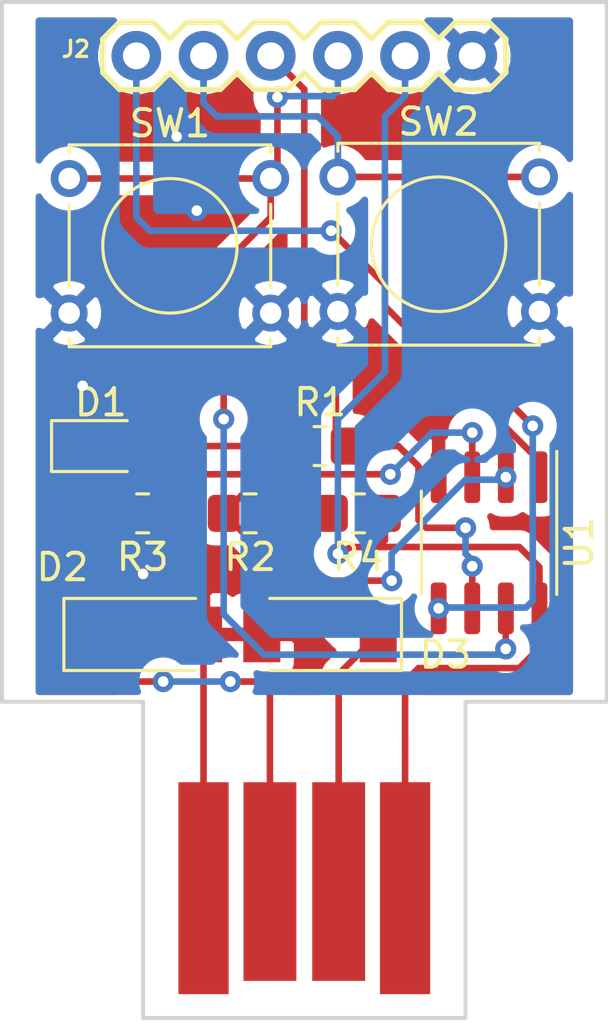
<source format=kicad_pcb>
(kicad_pcb (version 20171130) (host pcbnew "(5.1.9)-1")

  (general
    (thickness 1.6)
    (drawings 8)
    (tracks 126)
    (zones 0)
    (modules 12)
    (nets 12)
  )

  (page A4)
  (layers
    (0 F.Cu signal)
    (31 B.Cu signal hide)
    (32 B.Adhes user)
    (33 F.Adhes user)
    (34 B.Paste user)
    (35 F.Paste user)
    (36 B.SilkS user)
    (37 F.SilkS user)
    (38 B.Mask user)
    (39 F.Mask user)
    (40 Dwgs.User user)
    (41 Cmts.User user)
    (42 Eco1.User user)
    (43 Eco2.User user)
    (44 Edge.Cuts user)
    (45 Margin user)
    (46 B.CrtYd user)
    (47 F.CrtYd user)
    (48 B.Fab user)
    (49 F.Fab user)
  )

  (setup
    (last_trace_width 0.25)
    (trace_clearance 0.2)
    (zone_clearance 0.508)
    (zone_45_only no)
    (trace_min 0.2)
    (via_size 0.8)
    (via_drill 0.4)
    (via_min_size 0.4)
    (via_min_drill 0.3)
    (uvia_size 0.3)
    (uvia_drill 0.1)
    (uvias_allowed no)
    (uvia_min_size 0.2)
    (uvia_min_drill 0.1)
    (edge_width 0.05)
    (segment_width 0.2)
    (pcb_text_width 0.3)
    (pcb_text_size 1.5 1.5)
    (mod_edge_width 0.12)
    (mod_text_size 1 1)
    (mod_text_width 0.15)
    (pad_size 1.524 1.524)
    (pad_drill 0.762)
    (pad_to_mask_clearance 0)
    (aux_axis_origin 0 0)
    (visible_elements 7FFFFFFF)
    (pcbplotparams
      (layerselection 0x010f0_ffffffff)
      (usegerberextensions false)
      (usegerberattributes true)
      (usegerberadvancedattributes true)
      (creategerberjobfile true)
      (excludeedgelayer true)
      (linewidth 0.100000)
      (plotframeref false)
      (viasonmask false)
      (mode 1)
      (useauxorigin false)
      (hpglpennumber 1)
      (hpglpenspeed 20)
      (hpglpendiameter 15.000000)
      (psnegative false)
      (psa4output false)
      (plotreference true)
      (plotvalue true)
      (plotinvisibletext false)
      (padsonsilk false)
      (subtractmaskfromsilk false)
      (outputformat 1)
      (mirror false)
      (drillshape 0)
      (scaleselection 1)
      (outputdirectory "gerber/"))
  )

  (net 0 "")
  (net 1 GND)
  (net 2 "Net-(D1-Pad2)")
  (net 3 "Net-(D2-Pad1)")
  (net 4 "Net-(D3-Pad1)")
  (net 5 VCC)
  (net 6 "Net-(R2-Pad1)")
  (net 7 "Net-(R3-Pad1)")
  (net 8 "Net-(J2-Pad4)")
  (net 9 "Net-(J2-Pad3)")
  (net 10 "Net-(J2-Pad2)")
  (net 11 "Net-(J2-Pad1)")

  (net_class Default "This is the default net class."
    (clearance 0.2)
    (trace_width 0.25)
    (via_dia 0.8)
    (via_drill 0.4)
    (uvia_dia 0.3)
    (uvia_drill 0.1)
    (add_net GND)
    (add_net "Net-(D1-Pad2)")
    (add_net "Net-(D2-Pad1)")
    (add_net "Net-(D3-Pad1)")
    (add_net "Net-(J2-Pad1)")
    (add_net "Net-(J2-Pad2)")
    (add_net "Net-(J2-Pad3)")
    (add_net "Net-(J2-Pad4)")
    (add_net "Net-(R2-Pad1)")
    (add_net "Net-(R3-Pad1)")
    (add_net VCC)
  )

  (module Diode_SMD:D_SOD-128 (layer F.Cu) (tedit 6085522C) (tstamp 608519D5)
    (at 93.304 62.992 180)
    (descr "D_SOD-128 (CFP5 SlimSMAW), https://assets.nexperia.com/documents/outline-drawing/SOD128.pdf")
    (tags D_SOD-128)
    (path /6085FA6B)
    (attr smd)
    (fp_text reference D3 (at -4.74 -0.762) (layer F.SilkS)
      (effects (font (size 1 1) (thickness 0.15)))
    )
    (fp_text value 3V6 (at 0 2) (layer F.Fab)
      (effects (font (size 1 1) (thickness 0.15)))
    )
    (fp_line (start -3.08 -1.36) (end 1.9 -1.36) (layer F.SilkS) (width 0.12))
    (fp_line (start -3.08 1.36) (end 1.9 1.36) (layer F.SilkS) (width 0.12))
    (fp_line (start -3.15 -1.5) (end -3.15 1.5) (layer F.CrtYd) (width 0.05))
    (fp_line (start 3.15 1.5) (end -3.15 1.5) (layer F.CrtYd) (width 0.05))
    (fp_line (start 3.15 -1.5) (end 3.15 1.5) (layer F.CrtYd) (width 0.05))
    (fp_line (start -3.15 -1.5) (end 3.15 -1.5) (layer F.CrtYd) (width 0.05))
    (fp_line (start -1.9 -1.25) (end 1.9 -1.25) (layer F.Fab) (width 0.1))
    (fp_line (start 1.9 -1.25) (end 1.9 1.25) (layer F.Fab) (width 0.1))
    (fp_line (start 1.9 1.25) (end -1.9 1.25) (layer F.Fab) (width 0.1))
    (fp_line (start -1.9 1.25) (end -1.9 -1.25) (layer F.Fab) (width 0.1))
    (fp_line (start -0.75 0) (end -0.35 0) (layer F.Fab) (width 0.1))
    (fp_line (start -0.35 0) (end -0.35 -0.55) (layer F.Fab) (width 0.1))
    (fp_line (start -0.35 0) (end -0.35 0.55) (layer F.Fab) (width 0.1))
    (fp_line (start -0.35 0) (end 0.25 -0.4) (layer F.Fab) (width 0.1))
    (fp_line (start 0.25 -0.4) (end 0.25 0.4) (layer F.Fab) (width 0.1))
    (fp_line (start 0.25 0.4) (end -0.35 0) (layer F.Fab) (width 0.1))
    (fp_line (start 0.25 0) (end 0.75 0) (layer F.Fab) (width 0.1))
    (fp_line (start -3.08 -1.36) (end -3.08 1.36) (layer F.SilkS) (width 0.12))
    (fp_text user %R (at 0 -2) (layer F.Fab)
      (effects (font (size 1 1) (thickness 0.15)))
    )
    (pad 2 smd rect (at 2.2 0 180) (size 1.4 2.1) (layers F.Cu F.Paste F.Mask)
      (net 1 GND))
    (pad 1 smd rect (at -2.2 0 180) (size 1.4 2.1) (layers F.Cu F.Paste F.Mask)
      (net 4 "Net-(D3-Pad1)"))
    (model ${KISYS3DMOD}/Diode_SMD.3dshapes/D_SOD-128.wrl
      (at (xyz 0 0 0))
      (scale (xyz 1 1 1))
      (rotate (xyz 0 0 0))
    )
    (model ${KISYS3DMOD}/Diode_SMD.3dshapes/D_MiniMELF.wrl
      (at (xyz 0 0 0))
      (scale (xyz 1 1 1))
      (rotate (xyz 0 0 0))
    )
  )

  (module Diode_SMD:D_SOD-128 (layer F.Cu) (tedit 608551FA) (tstamp 60850791)
    (at 86.7 62.992)
    (descr "D_SOD-128 (CFP5 SlimSMAW), https://assets.nexperia.com/documents/outline-drawing/SOD128.pdf")
    (tags D_SOD-128)
    (path /6086082E)
    (attr smd)
    (fp_text reference D2 (at -3.134 -2.54) (layer F.SilkS)
      (effects (font (size 1 1) (thickness 0.15)))
    )
    (fp_text value 3V6 (at 0 2) (layer F.Fab)
      (effects (font (size 1 1) (thickness 0.15)))
    )
    (fp_line (start -3.08 -1.36) (end 1.9 -1.36) (layer F.SilkS) (width 0.12))
    (fp_line (start -3.08 1.36) (end 1.9 1.36) (layer F.SilkS) (width 0.12))
    (fp_line (start -3.15 -1.5) (end -3.15 1.5) (layer F.CrtYd) (width 0.05))
    (fp_line (start 3.15 1.5) (end -3.15 1.5) (layer F.CrtYd) (width 0.05))
    (fp_line (start 3.15 -1.5) (end 3.15 1.5) (layer F.CrtYd) (width 0.05))
    (fp_line (start -3.15 -1.5) (end 3.15 -1.5) (layer F.CrtYd) (width 0.05))
    (fp_line (start -1.9 -1.25) (end 1.9 -1.25) (layer F.Fab) (width 0.1))
    (fp_line (start 1.9 -1.25) (end 1.9 1.25) (layer F.Fab) (width 0.1))
    (fp_line (start 1.9 1.25) (end -1.9 1.25) (layer F.Fab) (width 0.1))
    (fp_line (start -1.9 1.25) (end -1.9 -1.25) (layer F.Fab) (width 0.1))
    (fp_line (start -0.75 0) (end -0.35 0) (layer F.Fab) (width 0.1))
    (fp_line (start -0.35 0) (end -0.35 -0.55) (layer F.Fab) (width 0.1))
    (fp_line (start -0.35 0) (end -0.35 0.55) (layer F.Fab) (width 0.1))
    (fp_line (start -0.35 0) (end 0.25 -0.4) (layer F.Fab) (width 0.1))
    (fp_line (start 0.25 -0.4) (end 0.25 0.4) (layer F.Fab) (width 0.1))
    (fp_line (start 0.25 0.4) (end -0.35 0) (layer F.Fab) (width 0.1))
    (fp_line (start 0.25 0) (end 0.75 0) (layer F.Fab) (width 0.1))
    (fp_line (start -3.08 -1.36) (end -3.08 1.36) (layer F.SilkS) (width 0.12))
    (fp_text user %R (at 0 -2) (layer F.Fab)
      (effects (font (size 1 1) (thickness 0.15)))
    )
    (pad 2 smd rect (at 2.2 0) (size 1.4 2.1) (layers F.Cu F.Paste F.Mask)
      (net 1 GND))
    (pad 1 smd rect (at -2.2 0) (size 1.4 2.1) (layers F.Cu F.Paste F.Mask)
      (net 3 "Net-(D2-Pad1)"))
    (model ${KISYS3DMOD}/Diode_SMD.3dshapes/D_SOD-128.wrl
      (at (xyz 0 0 0))
      (scale (xyz 1 1 1))
      (rotate (xyz 0 0 0))
    )
    (model ${KISYS3DMOD}/Diode_SMD.3dshapes/D_MiniMELF.wrl
      (at (xyz 0 0 0))
      (scale (xyz 1 1 1))
      (rotate (xyz 0 0 0))
    )
  )

  (module Button_Switch_THT:SW_Tactile_Straight_KSA0Axx1LFTR (layer F.Cu) (tedit 608550E2) (tstamp 60850694)
    (at 83.82 45.780001)
    (descr "SW PUSH SMALL http://www.ckswitches.com/media/1457/ksa_ksl.pdf")
    (tags "SW PUSH SMALL Tactile C&K")
    (path /60872912)
    (fp_text reference SW1 (at 3.81 -2.08) (layer F.SilkS)
      (effects (font (size 1 1) (thickness 0.15)))
    )
    (fp_text value A (at 3.81 7.28) (layer F.Fab)
      (effects (font (size 1 1) (thickness 0.15)))
    )
    (fp_line (start 7.51 6.24) (end 0.11 6.24) (layer F.Fab) (width 0.1))
    (fp_line (start 7.51 -1.16) (end 7.51 6.24) (layer F.Fab) (width 0.1))
    (fp_line (start 0.11 -1.16) (end 7.51 -1.16) (layer F.Fab) (width 0.1))
    (fp_line (start 0.11 6.24) (end 0.11 -1.16) (layer F.Fab) (width 0.1))
    (fp_line (start 0 -1.27) (end 7.62 -1.27) (layer F.SilkS) (width 0.12))
    (fp_line (start 7.62 -1.27) (end 7.62 -0.97) (layer F.SilkS) (width 0.12))
    (fp_line (start 7.62 6.35) (end 0 6.35) (layer F.SilkS) (width 0.12))
    (fp_line (start 0 -1.27) (end 0 -0.97) (layer F.SilkS) (width 0.12))
    (fp_line (start 7.62 0.97) (end 7.62 4.11) (layer F.SilkS) (width 0.12))
    (fp_line (start 0 0.97) (end 0 4.11) (layer F.SilkS) (width 0.12))
    (fp_line (start -0.95 -1.41) (end 8.57 -1.41) (layer F.CrtYd) (width 0.05))
    (fp_line (start -0.95 -1.41) (end -0.95 6.49) (layer F.CrtYd) (width 0.05))
    (fp_line (start 8.57 6.49) (end 8.57 -1.41) (layer F.CrtYd) (width 0.05))
    (fp_line (start 8.57 6.49) (end -0.95 6.49) (layer F.CrtYd) (width 0.05))
    (fp_line (start 7.62 6.05) (end 7.62 6.35) (layer F.SilkS) (width 0.12))
    (fp_line (start 0 6.05) (end 0 6.35) (layer F.SilkS) (width 0.12))
    (fp_circle (center 3.81 2.54) (end 3.81 0) (layer F.SilkS) (width 0.12))
    (fp_text user %R (at 3.81 2.54) (layer F.Fab)
      (effects (font (size 1 1) (thickness 0.15)))
    )
    (pad 2 thru_hole circle (at 0 5.08) (size 1.397 1.397) (drill 0.8128) (layers *.Cu *.Mask)
      (net 1 GND))
    (pad 1 thru_hole circle (at 0 0) (size 1.397 1.397) (drill 0.8128) (layers *.Cu *.Mask)
      (net 8 "Net-(J2-Pad4)"))
    (pad 2 thru_hole circle (at 7.62 5.08) (size 1.397 1.397) (drill 0.8128) (layers *.Cu *.Mask)
      (net 1 GND))
    (pad 1 thru_hole circle (at 7.62 0) (size 1.397 1.397) (drill 0.8128) (layers *.Cu *.Mask)
      (net 8 "Net-(J2-Pad4)"))
    (model ${KISYS3DMOD}/Button_Switch_THT.3dshapes/SW_Tactile_Straight_KSA0Axx1LFTR.wrl
      (at (xyz 0 0 0))
      (scale (xyz 1 1 1))
      (rotate (xyz 0 0 0))
    )
    (model ${KISYS3DMOD}/Button_Switch_THT.3dshapes/SW_PUSH_6mm_H9.5mm.step
      (at (xyz 0 0 0))
      (scale (xyz 1.2 1.1 1))
      (rotate (xyz 0 0 0))
    )
  )

  (module Button_Switch_THT:SW_Tactile_Straight_KSA0Axx1LFTR (layer F.Cu) (tedit 60855045) (tstamp 60851B5B)
    (at 93.98 45.72)
    (descr "SW PUSH SMALL http://www.ckswitches.com/media/1457/ksa_ksl.pdf")
    (tags "SW PUSH SMALL Tactile C&K")
    (path /6087810F)
    (fp_text reference SW2 (at 3.81 -2.08) (layer F.SilkS)
      (effects (font (size 1 1) (thickness 0.15)))
    )
    (fp_text value B (at 3.81 7.28) (layer F.Fab)
      (effects (font (size 1 1) (thickness 0.15)))
    )
    (fp_line (start 7.51 6.24) (end 0.11 6.24) (layer F.Fab) (width 0.1))
    (fp_line (start 7.51 -1.16) (end 7.51 6.24) (layer F.Fab) (width 0.1))
    (fp_line (start 0.11 -1.16) (end 7.51 -1.16) (layer F.Fab) (width 0.1))
    (fp_line (start 0.11 6.24) (end 0.11 -1.16) (layer F.Fab) (width 0.1))
    (fp_line (start 0 -1.27) (end 7.62 -1.27) (layer F.SilkS) (width 0.12))
    (fp_line (start 7.62 -1.27) (end 7.62 -0.97) (layer F.SilkS) (width 0.12))
    (fp_line (start 7.62 6.35) (end 0 6.35) (layer F.SilkS) (width 0.12))
    (fp_line (start 0 -1.27) (end 0 -0.97) (layer F.SilkS) (width 0.12))
    (fp_line (start 7.62 0.97) (end 7.62 4.11) (layer F.SilkS) (width 0.12))
    (fp_line (start 0 0.97) (end 0 4.11) (layer F.SilkS) (width 0.12))
    (fp_line (start -0.95 -1.41) (end 8.57 -1.41) (layer F.CrtYd) (width 0.05))
    (fp_line (start -0.95 -1.41) (end -0.95 6.49) (layer F.CrtYd) (width 0.05))
    (fp_line (start 8.57 6.49) (end 8.57 -1.41) (layer F.CrtYd) (width 0.05))
    (fp_line (start 8.57 6.49) (end -0.95 6.49) (layer F.CrtYd) (width 0.05))
    (fp_line (start 7.62 6.05) (end 7.62 6.35) (layer F.SilkS) (width 0.12))
    (fp_line (start 0 6.05) (end 0 6.35) (layer F.SilkS) (width 0.12))
    (fp_circle (center 3.81 2.54) (end 3.81 0) (layer F.SilkS) (width 0.12))
    (fp_text user %R (at 3.81 2.54) (layer F.Fab)
      (effects (font (size 1 1) (thickness 0.15)))
    )
    (pad 2 thru_hole circle (at 0 5.08) (size 1.397 1.397) (drill 0.8128) (layers *.Cu *.Mask)
      (net 1 GND))
    (pad 1 thru_hole circle (at 0 0) (size 1.397 1.397) (drill 0.8128) (layers *.Cu *.Mask)
      (net 10 "Net-(J2-Pad2)"))
    (pad 2 thru_hole circle (at 7.62 5.08) (size 1.397 1.397) (drill 0.8128) (layers *.Cu *.Mask)
      (net 1 GND))
    (pad 1 thru_hole circle (at 7.62 0) (size 1.397 1.397) (drill 0.8128) (layers *.Cu *.Mask)
      (net 10 "Net-(J2-Pad2)"))
    (model ${KISYS3DMOD}/Button_Switch_THT.3dshapes/SW_Tactile_Straight_KSA0Axx1LFTR.wrl
      (at (xyz 0 0 0))
      (scale (xyz 1 1 1))
      (rotate (xyz 0 0 0))
    )
    (model ${KISYS3DMOD}/Button_Switch_THT.3dshapes/SW_PUSH_6mm_H9.5mm.wrl
      (at (xyz 0 0 0))
      (scale (xyz 1.2 1.1 1))
      (rotate (xyz 0 0 0))
    )
  )

  (module Package_SO:SOIC-8_3.9x4.9mm_P1.27mm (layer F.Cu) (tedit 5D9F72B1) (tstamp 60851C81)
    (at 99.695 59.53 270)
    (descr "SOIC, 8 Pin (JEDEC MS-012AA, https://www.analog.com/media/en/package-pcb-resources/package/pkg_pdf/soic_narrow-r/r_8.pdf), generated with kicad-footprint-generator ipc_gullwing_generator.py")
    (tags "SOIC SO")
    (path /608558E4)
    (attr smd)
    (fp_text reference U1 (at 0 -3.4 90) (layer F.SilkS)
      (effects (font (size 1 1) (thickness 0.15)))
    )
    (fp_text value ATtiny85-20SU (at 0 3.4 90) (layer F.Fab)
      (effects (font (size 1 1) (thickness 0.15)))
    )
    (fp_line (start 3.7 -2.7) (end -3.7 -2.7) (layer F.CrtYd) (width 0.05))
    (fp_line (start 3.7 2.7) (end 3.7 -2.7) (layer F.CrtYd) (width 0.05))
    (fp_line (start -3.7 2.7) (end 3.7 2.7) (layer F.CrtYd) (width 0.05))
    (fp_line (start -3.7 -2.7) (end -3.7 2.7) (layer F.CrtYd) (width 0.05))
    (fp_line (start -1.95 -1.475) (end -0.975 -2.45) (layer F.Fab) (width 0.1))
    (fp_line (start -1.95 2.45) (end -1.95 -1.475) (layer F.Fab) (width 0.1))
    (fp_line (start 1.95 2.45) (end -1.95 2.45) (layer F.Fab) (width 0.1))
    (fp_line (start 1.95 -2.45) (end 1.95 2.45) (layer F.Fab) (width 0.1))
    (fp_line (start -0.975 -2.45) (end 1.95 -2.45) (layer F.Fab) (width 0.1))
    (fp_line (start 0 -2.56) (end -3.45 -2.56) (layer F.SilkS) (width 0.12))
    (fp_line (start 0 -2.56) (end 1.95 -2.56) (layer F.SilkS) (width 0.12))
    (fp_line (start 0 2.56) (end -1.95 2.56) (layer F.SilkS) (width 0.12))
    (fp_line (start 0 2.56) (end 1.95 2.56) (layer F.SilkS) (width 0.12))
    (fp_text user %R (at 0 0 90) (layer F.Fab)
      (effects (font (size 0.98 0.98) (thickness 0.15)))
    )
    (pad 8 smd roundrect (at 2.475 -1.905 270) (size 1.95 0.6) (layers F.Cu F.Paste F.Mask) (roundrect_rratio 0.25)
      (net 5 VCC))
    (pad 7 smd roundrect (at 2.475 -0.635 270) (size 1.95 0.6) (layers F.Cu F.Paste F.Mask) (roundrect_rratio 0.25)
      (net 8 "Net-(J2-Pad4)"))
    (pad 6 smd roundrect (at 2.475 0.635 270) (size 1.95 0.6) (layers F.Cu F.Paste F.Mask) (roundrect_rratio 0.25)
      (net 9 "Net-(J2-Pad3)"))
    (pad 5 smd roundrect (at 2.475 1.905 270) (size 1.95 0.6) (layers F.Cu F.Paste F.Mask) (roundrect_rratio 0.25)
      (net 10 "Net-(J2-Pad2)"))
    (pad 4 smd roundrect (at -2.475 1.905 270) (size 1.95 0.6) (layers F.Cu F.Paste F.Mask) (roundrect_rratio 0.25)
      (net 1 GND))
    (pad 3 smd roundrect (at -2.475 0.635 270) (size 1.95 0.6) (layers F.Cu F.Paste F.Mask) (roundrect_rratio 0.25)
      (net 7 "Net-(R3-Pad1)"))
    (pad 2 smd roundrect (at -2.475 -0.635 270) (size 1.95 0.6) (layers F.Cu F.Paste F.Mask) (roundrect_rratio 0.25)
      (net 6 "Net-(R2-Pad1)"))
    (pad 1 smd roundrect (at -2.475 -1.905 270) (size 1.95 0.6) (layers F.Cu F.Paste F.Mask) (roundrect_rratio 0.25)
      (net 11 "Net-(J2-Pad1)"))
    (model ${KISYS3DMOD}/Package_SO.3dshapes/SOIC-8_3.9x4.9mm_P1.27mm.wrl
      (at (xyz 0 0 0))
      (scale (xyz 1 1 1))
      (rotate (xyz 0 0 0))
    )
  )

  (module Resistor_SMD:R_0805_2012Metric_Pad1.20x1.40mm_HandSolder (layer F.Cu) (tedit 5F68FEEE) (tstamp 60850F71)
    (at 86.598 58.42 180)
    (descr "Resistor SMD 0805 (2012 Metric), square (rectangular) end terminal, IPC_7351 nominal with elongated pad for handsoldering. (Body size source: IPC-SM-782 page 72, https://www.pcb-3d.com/wordpress/wp-content/uploads/ipc-sm-782a_amendment_1_and_2.pdf), generated with kicad-footprint-generator")
    (tags "resistor handsolder")
    (path /60858241)
    (attr smd)
    (fp_text reference R3 (at 0 -1.65) (layer F.SilkS)
      (effects (font (size 1 1) (thickness 0.15)))
    )
    (fp_text value 68R (at 0 1.65) (layer F.Fab)
      (effects (font (size 1 1) (thickness 0.15)))
    )
    (fp_line (start 1.85 0.95) (end -1.85 0.95) (layer F.CrtYd) (width 0.05))
    (fp_line (start 1.85 -0.95) (end 1.85 0.95) (layer F.CrtYd) (width 0.05))
    (fp_line (start -1.85 -0.95) (end 1.85 -0.95) (layer F.CrtYd) (width 0.05))
    (fp_line (start -1.85 0.95) (end -1.85 -0.95) (layer F.CrtYd) (width 0.05))
    (fp_line (start -0.227064 0.735) (end 0.227064 0.735) (layer F.SilkS) (width 0.12))
    (fp_line (start -0.227064 -0.735) (end 0.227064 -0.735) (layer F.SilkS) (width 0.12))
    (fp_line (start 1 0.625) (end -1 0.625) (layer F.Fab) (width 0.1))
    (fp_line (start 1 -0.625) (end 1 0.625) (layer F.Fab) (width 0.1))
    (fp_line (start -1 -0.625) (end 1 -0.625) (layer F.Fab) (width 0.1))
    (fp_line (start -1 0.625) (end -1 -0.625) (layer F.Fab) (width 0.1))
    (fp_text user %R (at 0 0) (layer F.Fab)
      (effects (font (size 0.5 0.5) (thickness 0.08)))
    )
    (pad 2 smd roundrect (at 1 0 180) (size 1.2 1.4) (layers F.Cu F.Paste F.Mask) (roundrect_rratio 0.208333)
      (net 3 "Net-(D2-Pad1)"))
    (pad 1 smd roundrect (at -1 0 180) (size 1.2 1.4) (layers F.Cu F.Paste F.Mask) (roundrect_rratio 0.208333)
      (net 7 "Net-(R3-Pad1)"))
    (model ${KISYS3DMOD}/Resistor_SMD.3dshapes/R_0805_2012Metric.wrl
      (at (xyz 0 0 0))
      (scale (xyz 1 1 1))
      (rotate (xyz 0 0 0))
    )
  )

  (module Resistor_SMD:R_0805_2012Metric_Pad1.20x1.40mm_HandSolder (layer F.Cu) (tedit 5F68FEEE) (tstamp 60850F82)
    (at 94.758 58.42 180)
    (descr "Resistor SMD 0805 (2012 Metric), square (rectangular) end terminal, IPC_7351 nominal with elongated pad for handsoldering. (Body size source: IPC-SM-782 page 72, https://www.pcb-3d.com/wordpress/wp-content/uploads/ipc-sm-782a_amendment_1_and_2.pdf), generated with kicad-footprint-generator")
    (tags "resistor handsolder")
    (path /6085D8E8)
    (attr smd)
    (fp_text reference R4 (at 0 -1.65) (layer F.SilkS)
      (effects (font (size 1 1) (thickness 0.15)))
    )
    (fp_text value 1K5 (at 0 1.65) (layer F.Fab)
      (effects (font (size 1 1) (thickness 0.15)))
    )
    (fp_line (start 1.85 0.95) (end -1.85 0.95) (layer F.CrtYd) (width 0.05))
    (fp_line (start 1.85 -0.95) (end 1.85 0.95) (layer F.CrtYd) (width 0.05))
    (fp_line (start -1.85 -0.95) (end 1.85 -0.95) (layer F.CrtYd) (width 0.05))
    (fp_line (start -1.85 0.95) (end -1.85 -0.95) (layer F.CrtYd) (width 0.05))
    (fp_line (start -0.227064 0.735) (end 0.227064 0.735) (layer F.SilkS) (width 0.12))
    (fp_line (start -0.227064 -0.735) (end 0.227064 -0.735) (layer F.SilkS) (width 0.12))
    (fp_line (start 1 0.625) (end -1 0.625) (layer F.Fab) (width 0.1))
    (fp_line (start 1 -0.625) (end 1 0.625) (layer F.Fab) (width 0.1))
    (fp_line (start -1 -0.625) (end 1 -0.625) (layer F.Fab) (width 0.1))
    (fp_line (start -1 0.625) (end -1 -0.625) (layer F.Fab) (width 0.1))
    (fp_text user %R (at 0 0) (layer F.Fab)
      (effects (font (size 0.5 0.5) (thickness 0.08)))
    )
    (pad 2 smd roundrect (at 1 0 180) (size 1.2 1.4) (layers F.Cu F.Paste F.Mask) (roundrect_rratio 0.208333)
      (net 4 "Net-(D3-Pad1)"))
    (pad 1 smd roundrect (at -1 0 180) (size 1.2 1.4) (layers F.Cu F.Paste F.Mask) (roundrect_rratio 0.208333)
      (net 5 VCC))
    (model ${KISYS3DMOD}/Resistor_SMD.3dshapes/R_0805_2012Metric.wrl
      (at (xyz 0 0 0))
      (scale (xyz 1 1 1))
      (rotate (xyz 0 0 0))
    )
  )

  (module Resistor_SMD:R_0805_2012Metric_Pad1.20x1.40mm_HandSolder (layer F.Cu) (tedit 5F68FEEE) (tstamp 60850F60)
    (at 90.662 58.42 180)
    (descr "Resistor SMD 0805 (2012 Metric), square (rectangular) end terminal, IPC_7351 nominal with elongated pad for handsoldering. (Body size source: IPC-SM-782 page 72, https://www.pcb-3d.com/wordpress/wp-content/uploads/ipc-sm-782a_amendment_1_and_2.pdf), generated with kicad-footprint-generator")
    (tags "resistor handsolder")
    (path /60856623)
    (attr smd)
    (fp_text reference R2 (at 0 -1.65) (layer F.SilkS)
      (effects (font (size 1 1) (thickness 0.15)))
    )
    (fp_text value 68R (at 0 1.65) (layer F.Fab)
      (effects (font (size 1 1) (thickness 0.15)))
    )
    (fp_line (start 1.85 0.95) (end -1.85 0.95) (layer F.CrtYd) (width 0.05))
    (fp_line (start 1.85 -0.95) (end 1.85 0.95) (layer F.CrtYd) (width 0.05))
    (fp_line (start -1.85 -0.95) (end 1.85 -0.95) (layer F.CrtYd) (width 0.05))
    (fp_line (start -1.85 0.95) (end -1.85 -0.95) (layer F.CrtYd) (width 0.05))
    (fp_line (start -0.227064 0.735) (end 0.227064 0.735) (layer F.SilkS) (width 0.12))
    (fp_line (start -0.227064 -0.735) (end 0.227064 -0.735) (layer F.SilkS) (width 0.12))
    (fp_line (start 1 0.625) (end -1 0.625) (layer F.Fab) (width 0.1))
    (fp_line (start 1 -0.625) (end 1 0.625) (layer F.Fab) (width 0.1))
    (fp_line (start -1 -0.625) (end 1 -0.625) (layer F.Fab) (width 0.1))
    (fp_line (start -1 0.625) (end -1 -0.625) (layer F.Fab) (width 0.1))
    (fp_text user %R (at 0 0) (layer F.Fab)
      (effects (font (size 0.5 0.5) (thickness 0.08)))
    )
    (pad 2 smd roundrect (at 1 0 180) (size 1.2 1.4) (layers F.Cu F.Paste F.Mask) (roundrect_rratio 0.208333)
      (net 4 "Net-(D3-Pad1)"))
    (pad 1 smd roundrect (at -1 0 180) (size 1.2 1.4) (layers F.Cu F.Paste F.Mask) (roundrect_rratio 0.208333)
      (net 6 "Net-(R2-Pad1)"))
    (model ${KISYS3DMOD}/Resistor_SMD.3dshapes/R_0805_2012Metric.wrl
      (at (xyz 0 0 0))
      (scale (xyz 1 1 1))
      (rotate (xyz 0 0 0))
    )
  )

  (module Resistor_SMD:R_0805_2012Metric_Pad1.20x1.40mm_HandSolder (layer F.Cu) (tedit 5F68FEEE) (tstamp 60851DBB)
    (at 93.3075 55.88)
    (descr "Resistor SMD 0805 (2012 Metric), square (rectangular) end terminal, IPC_7351 nominal with elongated pad for handsoldering. (Body size source: IPC-SM-782 page 72, https://www.pcb-3d.com/wordpress/wp-content/uploads/ipc-sm-782a_amendment_1_and_2.pdf), generated with kicad-footprint-generator")
    (tags "resistor handsolder")
    (path /60868302)
    (attr smd)
    (fp_text reference R1 (at 0 -1.65) (layer F.SilkS)
      (effects (font (size 1 1) (thickness 0.15)))
    )
    (fp_text value 470 (at 0 1.65) (layer F.Fab)
      (effects (font (size 1 1) (thickness 0.15)))
    )
    (fp_line (start 1.85 0.95) (end -1.85 0.95) (layer F.CrtYd) (width 0.05))
    (fp_line (start 1.85 -0.95) (end 1.85 0.95) (layer F.CrtYd) (width 0.05))
    (fp_line (start -1.85 -0.95) (end 1.85 -0.95) (layer F.CrtYd) (width 0.05))
    (fp_line (start -1.85 0.95) (end -1.85 -0.95) (layer F.CrtYd) (width 0.05))
    (fp_line (start -0.227064 0.735) (end 0.227064 0.735) (layer F.SilkS) (width 0.12))
    (fp_line (start -0.227064 -0.735) (end 0.227064 -0.735) (layer F.SilkS) (width 0.12))
    (fp_line (start 1 0.625) (end -1 0.625) (layer F.Fab) (width 0.1))
    (fp_line (start 1 -0.625) (end 1 0.625) (layer F.Fab) (width 0.1))
    (fp_line (start -1 -0.625) (end 1 -0.625) (layer F.Fab) (width 0.1))
    (fp_line (start -1 0.625) (end -1 -0.625) (layer F.Fab) (width 0.1))
    (fp_text user %R (at 0 0) (layer F.Fab)
      (effects (font (size 0.5 0.5) (thickness 0.08)))
    )
    (pad 2 smd roundrect (at 1 0) (size 1.2 1.4) (layers F.Cu F.Paste F.Mask) (roundrect_rratio 0.208333)
      (net 9 "Net-(J2-Pad3)"))
    (pad 1 smd roundrect (at -1 0) (size 1.2 1.4) (layers F.Cu F.Paste F.Mask) (roundrect_rratio 0.208333)
      (net 2 "Net-(D1-Pad2)"))
    (model ${KISYS3DMOD}/Resistor_SMD.3dshapes/R_0805_2012Metric.wrl
      (at (xyz 0 0 0))
      (scale (xyz 1 1 1))
      (rotate (xyz 0 0 0))
    )
  )

  (module LED_SMD:LED_0805_2012Metric_Pad1.15x1.40mm_HandSolder (layer F.Cu) (tedit 5F68FEF1) (tstamp 60852264)
    (at 85.0145 55.88)
    (descr "LED SMD 0805 (2012 Metric), square (rectangular) end terminal, IPC_7351 nominal, (Body size source: https://docs.google.com/spreadsheets/d/1BsfQQcO9C6DZCsRaXUlFlo91Tg2WpOkGARC1WS5S8t0/edit?usp=sharing), generated with kicad-footprint-generator")
    (tags "LED handsolder")
    (path /608653BE)
    (attr smd)
    (fp_text reference D1 (at 0 -1.65) (layer F.SilkS)
      (effects (font (size 1 1) (thickness 0.15)))
    )
    (fp_text value LED (at 0 1.65) (layer F.Fab)
      (effects (font (size 1 1) (thickness 0.15)))
    )
    (fp_line (start 1.85 0.95) (end -1.85 0.95) (layer F.CrtYd) (width 0.05))
    (fp_line (start 1.85 -0.95) (end 1.85 0.95) (layer F.CrtYd) (width 0.05))
    (fp_line (start -1.85 -0.95) (end 1.85 -0.95) (layer F.CrtYd) (width 0.05))
    (fp_line (start -1.85 0.95) (end -1.85 -0.95) (layer F.CrtYd) (width 0.05))
    (fp_line (start -1.86 0.96) (end 1 0.96) (layer F.SilkS) (width 0.12))
    (fp_line (start -1.86 -0.96) (end -1.86 0.96) (layer F.SilkS) (width 0.12))
    (fp_line (start 1 -0.96) (end -1.86 -0.96) (layer F.SilkS) (width 0.12))
    (fp_line (start 1 0.6) (end 1 -0.6) (layer F.Fab) (width 0.1))
    (fp_line (start -1 0.6) (end 1 0.6) (layer F.Fab) (width 0.1))
    (fp_line (start -1 -0.3) (end -1 0.6) (layer F.Fab) (width 0.1))
    (fp_line (start -0.7 -0.6) (end -1 -0.3) (layer F.Fab) (width 0.1))
    (fp_line (start 1 -0.6) (end -0.7 -0.6) (layer F.Fab) (width 0.1))
    (fp_text user %R (at 0 0) (layer F.Fab)
      (effects (font (size 0.5 0.5) (thickness 0.08)))
    )
    (pad 2 smd roundrect (at 1.025 0) (size 1.15 1.4) (layers F.Cu F.Paste F.Mask) (roundrect_rratio 0.217391)
      (net 2 "Net-(D1-Pad2)"))
    (pad 1 smd roundrect (at -1.025 0) (size 1.15 1.4) (layers F.Cu F.Paste F.Mask) (roundrect_rratio 0.217391)
      (net 1 GND))
    (model ${KISYS3DMOD}/LED_SMD.3dshapes/LED_0805_2012Metric.wrl
      (at (xyz 0 0 0))
      (scale (xyz 1 1 1))
      (rotate (xyz 0 0 0))
    )
  )

  (module Connectors:1X06 (layer F.Cu) (tedit 5963D43D) (tstamp 60852BDB)
    (at 86.36 41.148)
    (descr "PLATED THROUGH HOLE - 6 PIN")
    (tags "PLATED THROUGH HOLE - 6 PIN")
    (path /608A5121)
    (attr virtual)
    (fp_text reference J2 (at -2.286 -0.254) (layer F.SilkS)
      (effects (font (size 0.6096 0.6096) (thickness 0.127)))
    )
    (fp_text value JST_6_PIN_VERTICAL (at 0 1.905) (layer F.SilkS) hide
      (effects (font (size 0.6096 0.6096) (thickness 0.127)))
    )
    (fp_line (start 13.97 -0.635) (end 13.97 0.635) (layer F.SilkS) (width 0.2032))
    (fp_line (start 0.635 1.27) (end -0.635 1.27) (layer F.SilkS) (width 0.2032))
    (fp_line (start -1.27 0.635) (end -0.635 1.27) (layer F.SilkS) (width 0.2032))
    (fp_line (start -0.635 -1.27) (end -1.27 -0.635) (layer F.SilkS) (width 0.2032))
    (fp_line (start -1.27 -0.635) (end -1.27 0.635) (layer F.SilkS) (width 0.2032))
    (fp_line (start 1.905 1.27) (end 1.27 0.635) (layer F.SilkS) (width 0.2032))
    (fp_line (start 3.175 1.27) (end 1.905 1.27) (layer F.SilkS) (width 0.2032))
    (fp_line (start 3.81 0.635) (end 3.175 1.27) (layer F.SilkS) (width 0.2032))
    (fp_line (start 3.175 -1.27) (end 3.81 -0.635) (layer F.SilkS) (width 0.2032))
    (fp_line (start 1.905 -1.27) (end 3.175 -1.27) (layer F.SilkS) (width 0.2032))
    (fp_line (start 1.27 -0.635) (end 1.905 -1.27) (layer F.SilkS) (width 0.2032))
    (fp_line (start 1.27 0.635) (end 0.635 1.27) (layer F.SilkS) (width 0.2032))
    (fp_line (start 0.635 -1.27) (end 1.27 -0.635) (layer F.SilkS) (width 0.2032))
    (fp_line (start -0.635 -1.27) (end 0.635 -1.27) (layer F.SilkS) (width 0.2032))
    (fp_line (start 8.255 1.27) (end 6.985 1.27) (layer F.SilkS) (width 0.2032))
    (fp_line (start 6.35 0.635) (end 6.985 1.27) (layer F.SilkS) (width 0.2032))
    (fp_line (start 6.985 -1.27) (end 6.35 -0.635) (layer F.SilkS) (width 0.2032))
    (fp_line (start 4.445 1.27) (end 3.81 0.635) (layer F.SilkS) (width 0.2032))
    (fp_line (start 5.715 1.27) (end 4.445 1.27) (layer F.SilkS) (width 0.2032))
    (fp_line (start 6.35 0.635) (end 5.715 1.27) (layer F.SilkS) (width 0.2032))
    (fp_line (start 5.715 -1.27) (end 6.35 -0.635) (layer F.SilkS) (width 0.2032))
    (fp_line (start 4.445 -1.27) (end 5.715 -1.27) (layer F.SilkS) (width 0.2032))
    (fp_line (start 3.81 -0.635) (end 4.445 -1.27) (layer F.SilkS) (width 0.2032))
    (fp_line (start 9.525 1.27) (end 8.89 0.635) (layer F.SilkS) (width 0.2032))
    (fp_line (start 10.795 1.27) (end 9.525 1.27) (layer F.SilkS) (width 0.2032))
    (fp_line (start 11.43 0.635) (end 10.795 1.27) (layer F.SilkS) (width 0.2032))
    (fp_line (start 10.795 -1.27) (end 11.43 -0.635) (layer F.SilkS) (width 0.2032))
    (fp_line (start 9.525 -1.27) (end 10.795 -1.27) (layer F.SilkS) (width 0.2032))
    (fp_line (start 8.89 -0.635) (end 9.525 -1.27) (layer F.SilkS) (width 0.2032))
    (fp_line (start 8.89 0.635) (end 8.255 1.27) (layer F.SilkS) (width 0.2032))
    (fp_line (start 8.255 -1.27) (end 8.89 -0.635) (layer F.SilkS) (width 0.2032))
    (fp_line (start 6.985 -1.27) (end 8.255 -1.27) (layer F.SilkS) (width 0.2032))
    (fp_line (start 12.065 1.27) (end 11.43 0.635) (layer F.SilkS) (width 0.2032))
    (fp_line (start 13.335 1.27) (end 12.065 1.27) (layer F.SilkS) (width 0.2032))
    (fp_line (start 13.97 0.635) (end 13.335 1.27) (layer F.SilkS) (width 0.2032))
    (fp_line (start 13.335 -1.27) (end 13.97 -0.635) (layer F.SilkS) (width 0.2032))
    (fp_line (start 12.065 -1.27) (end 13.335 -1.27) (layer F.SilkS) (width 0.2032))
    (fp_line (start 11.43 -0.635) (end 12.065 -1.27) (layer F.SilkS) (width 0.2032))
    (pad 6 thru_hole circle (at 12.7 0) (size 1.8796 1.8796) (drill 1.016) (layers *.Cu *.Mask)
      (net 1 GND) (solder_mask_margin 0.1016))
    (pad 5 thru_hole circle (at 10.16 0) (size 1.8796 1.8796) (drill 1.016) (layers *.Cu *.Mask)
      (net 5 VCC) (solder_mask_margin 0.1016))
    (pad 4 thru_hole circle (at 7.62 0) (size 1.8796 1.8796) (drill 1.016) (layers *.Cu *.Mask)
      (net 8 "Net-(J2-Pad4)") (solder_mask_margin 0.1016))
    (pad 3 thru_hole circle (at 5.08 0) (size 1.8796 1.8796) (drill 1.016) (layers *.Cu *.Mask)
      (net 9 "Net-(J2-Pad3)") (solder_mask_margin 0.1016))
    (pad 2 thru_hole circle (at 2.54 0) (size 1.8796 1.8796) (drill 1.016) (layers *.Cu *.Mask)
      (net 10 "Net-(J2-Pad2)") (solder_mask_margin 0.1016))
    (pad 1 thru_hole circle (at 0 0) (size 1.8796 1.8796) (drill 1.016) (layers *.Cu *.Mask)
      (net 11 "Net-(J2-Pad1)") (solder_mask_margin 0.1016))
  )

  (module PwdToken:usb-PCB (layer F.Cu) (tedit 542BB0AF) (tstamp 60850628)
    (at 92.71 77.47)
    (path /60853ED1)
    (attr virtual)
    (fp_text reference J1 (at 0.13 -7.85) (layer F.SilkS) hide
      (effects (font (size 1.5 1.5) (thickness 0.15)))
    )
    (fp_text value USB_A_PCB (at 0.29 -10.13) (layer F.SilkS) hide
      (effects (font (size 1.5 1.5) (thickness 0.15)))
    )
    (fp_line (start 6.03 0) (end 6.03 -12) (layer Dwgs.User) (width 0.15))
    (fp_line (start 6.03 0) (end -6.03 0) (layer Dwgs.User) (width 0.15))
    (fp_line (start -6.03 0) (end -6.03 -12) (layer Dwgs.User) (width 0.15))
    (pad 2 connect rect (at 1.3 -5.15) (size 2 7.5) (layers F.Cu F.Mask)
      (net 4 "Net-(D3-Pad1)"))
    (pad 3 connect rect (at -1.3 -5.15) (size 2 7.5) (layers F.Cu F.Mask)
      (net 3 "Net-(D2-Pad1)"))
    (pad 4 connect rect (at -3.81 -4.9) (size 1.9 8) (layers F.Cu F.Mask)
      (net 1 GND))
    (pad 1 connect rect (at 3.81 -4.9) (size 1.9 8) (layers F.Cu F.Mask)
      (net 5 VCC))
  )

  (gr_line (start 81.28 39.116) (end 104.14 39.116) (layer Edge.Cuts) (width 0.15) (tstamp 60851F53))
  (gr_line (start 81.28 65.532) (end 81.28 39.116) (layer Edge.Cuts) (width 0.15))
  (gr_line (start 86.614 65.532) (end 81.28 65.532) (layer Edge.Cuts) (width 0.15))
  (gr_line (start 86.614 77.47) (end 86.614 65.532) (layer Edge.Cuts) (width 0.15))
  (gr_line (start 98.806 77.47) (end 86.614 77.47) (layer Edge.Cuts) (width 0.15) (tstamp 6085205A))
  (gr_line (start 104.14 65.532) (end 104.14 39.116) (layer Edge.Cuts) (width 0.15))
  (gr_line (start 98.806 65.532) (end 104.14 65.532) (layer Edge.Cuts) (width 0.15))
  (gr_line (start 98.806 77.47) (end 98.806 65.532) (layer Edge.Cuts) (width 0.15))

  (segment (start 84.607 55.88) (end 84.582 55.88) (width 0.25) (layer F.Cu) (net 1))
  (segment (start 84.607 55.88) (end 84.05398 55.88) (width 0.25) (layer F.Cu) (net 1))
  (segment (start 84.05398 55.88) (end 83.80999 55.63601) (width 0.25) (layer F.Cu) (net 1))
  (segment (start 88.9 72.57) (end 88.9 62.992) (width 0.25) (layer F.Cu) (net 1))
  (via (at 84.328 53.60401) (size 0.8) (drill 0.4) (layers F.Cu B.Cu) (net 1))
  (via (at 86.614 60.706) (size 0.8) (drill 0.4) (layers F.Cu B.Cu) (net 1))
  (via (at 88.646 46.99) (size 0.8) (drill 0.4) (layers F.Cu B.Cu) (net 1))
  (via (at 87.884 44.196) (size 0.8) (drill 0.4) (layers F.Cu B.Cu) (net 1))
  (segment (start 85.422 55.88) (end 92.71 55.88) (width 0.25) (layer F.Cu) (net 2))
  (segment (start 91.41 65.756) (end 91.41 72.32) (width 0.25) (layer F.Cu) (net 3))
  (segment (start 91.41 65.756) (end 91.41 65.248) (width 0.25) (layer F.Cu) (net 3))
  (segment (start 91.41 65.248) (end 90.932 64.77) (width 0.25) (layer F.Cu) (net 3))
  (via (at 89.916 64.77) (size 0.8) (drill 0.4) (layers F.Cu B.Cu) (net 3))
  (segment (start 90.932 64.77) (end 89.916 64.77) (width 0.25) (layer F.Cu) (net 3))
  (segment (start 89.916 64.77) (end 88.138 64.77) (width 0.25) (layer B.Cu) (net 3))
  (via (at 87.376 64.77) (size 0.8) (drill 0.4) (layers F.Cu B.Cu) (net 3))
  (segment (start 88.138 64.77) (end 87.376 64.77) (width 0.25) (layer B.Cu) (net 3))
  (segment (start 86.278 64.77) (end 84.5 62.992) (width 0.25) (layer F.Cu) (net 3))
  (segment (start 87.376 64.77) (end 86.278 64.77) (width 0.25) (layer F.Cu) (net 3))
  (segment (start 84.5 59.518) (end 85.598 58.42) (width 0.25) (layer F.Cu) (net 3))
  (segment (start 84.5 62.992) (end 84.5 59.518) (width 0.25) (layer F.Cu) (net 3))
  (segment (start 94.234 62.992) (end 95.504 62.992) (width 0.25) (layer F.Cu) (net 4))
  (segment (start 89.662 58.42) (end 94.234 62.992) (width 0.25) (layer F.Cu) (net 4))
  (segment (start 94.01 64.486) (end 95.504 62.992) (width 0.25) (layer F.Cu) (net 4))
  (segment (start 94.01 72.32) (end 94.01 64.486) (width 0.25) (layer F.Cu) (net 4))
  (segment (start 90.68701 57.39499) (end 89.662 58.42) (width 0.25) (layer F.Cu) (net 4))
  (segment (start 92.73299 57.39499) (end 90.68701 57.39499) (width 0.25) (layer F.Cu) (net 4))
  (segment (start 93.758 58.42) (end 92.73299 57.39499) (width 0.25) (layer F.Cu) (net 4))
  (via (at 93.98 59.944) (size 0.8) (drill 0.4) (layers F.Cu B.Cu) (net 5))
  (segment (start 94.488 59.69) (end 93.98 59.944) (width 0.25) (layer F.Cu) (net 5))
  (segment (start 101.6 60.452) (end 100.838 59.69) (width 0.25) (layer F.Cu) (net 5))
  (segment (start 101.6 62.005) (end 101.6 60.452) (width 0.25) (layer F.Cu) (net 5))
  (segment (start 93.98 54.864) (end 93.98 59.944) (width 0.25) (layer B.Cu) (net 5))
  (segment (start 95.758 53.086) (end 93.98 54.864) (width 0.25) (layer B.Cu) (net 5))
  (segment (start 95.758 43.434) (end 95.758 53.086) (width 0.25) (layer B.Cu) (net 5))
  (segment (start 96.52 42.672) (end 95.758 43.434) (width 0.25) (layer B.Cu) (net 5))
  (segment (start 96.52 41.148) (end 96.52 42.672) (width 0.25) (layer B.Cu) (net 5))
  (segment (start 95.758 59.436) (end 95.504 59.69) (width 0.25) (layer F.Cu) (net 5))
  (segment (start 95.758 58.42) (end 95.758 59.436) (width 0.25) (layer F.Cu) (net 5))
  (segment (start 95.504 59.69) (end 94.488 59.69) (width 0.25) (layer F.Cu) (net 5))
  (segment (start 100.838 59.69) (end 95.504 59.69) (width 0.25) (layer F.Cu) (net 5))
  (segment (start 101.6 62.005) (end 101.6 63.5) (width 0.25) (layer F.Cu) (net 5))
  (segment (start 101.6 63.5) (end 100.838 64.262) (width 0.25) (layer F.Cu) (net 5))
  (segment (start 100.838 64.262) (end 97.028 64.262) (width 0.25) (layer F.Cu) (net 5))
  (segment (start 97.028 64.262) (end 96.52 64.77) (width 0.25) (layer F.Cu) (net 5))
  (segment (start 96.52 64.77) (end 96.52 67.564) (width 0.25) (layer F.Cu) (net 5))
  (segment (start 96.52 67.564) (end 96.52 72.57) (width 0.25) (layer F.Cu) (net 5))
  (segment (start 96.52 67.31) (end 96.52 67.564) (width 0.25) (layer F.Cu) (net 5))
  (segment (start 91.662 59.12) (end 93.502 60.96) (width 0.25) (layer F.Cu) (net 6))
  (segment (start 91.662 58.42) (end 91.662 59.12) (width 0.25) (layer F.Cu) (net 6))
  (segment (start 93.502 60.96) (end 96.012 60.96) (width 0.25) (layer F.Cu) (net 6))
  (via (at 96.012 60.96) (size 0.8) (drill 0.4) (layers F.Cu B.Cu) (net 6))
  (segment (start 96.012 60.96) (end 96.012 59.944) (width 0.25) (layer B.Cu) (net 6))
  (segment (start 96.012 59.944) (end 98.806 57.15) (width 0.25) (layer B.Cu) (net 6))
  (via (at 100.33 57.055) (size 0.8) (drill 0.4) (layers F.Cu B.Cu) (net 6))
  (segment (start 100.235 57.15) (end 100.33 57.055) (width 0.25) (layer B.Cu) (net 6))
  (segment (start 98.806 57.15) (end 100.235 57.15) (width 0.25) (layer B.Cu) (net 6))
  (segment (start 87.598 58.42) (end 87.598 57.69) (width 0.25) (layer F.Cu) (net 7))
  (segment (start 88.34302 56.94498) (end 95.96302 56.94498) (width 0.25) (layer F.Cu) (net 7))
  (segment (start 87.598 57.69) (end 88.34302 56.94498) (width 0.25) (layer F.Cu) (net 7))
  (via (at 95.96302 56.94498) (size 0.8) (drill 0.4) (layers F.Cu B.Cu) (net 7))
  (segment (start 95.96302 56.94498) (end 97.536 55.372) (width 0.25) (layer B.Cu) (net 7))
  (segment (start 97.536 55.372) (end 98.806 55.372) (width 0.25) (layer B.Cu) (net 7))
  (segment (start 98.806 55.372) (end 99.06 55.372) (width 0.25) (layer B.Cu) (net 7))
  (via (at 99.06 55.372) (size 0.8) (drill 0.4) (layers F.Cu B.Cu) (net 7))
  (segment (start 99.06 55.372) (end 99.06 57.055) (width 0.25) (layer F.Cu) (net 7))
  (segment (start 83.82 45.780001) (end 91.44 45.780001) (width 0.25) (layer F.Cu) (net 8))
  (segment (start 93.98 42.477077) (end 93.785077 42.672) (width 0.25) (layer B.Cu) (net 8))
  (segment (start 93.98 41.148) (end 93.98 42.477077) (width 0.25) (layer B.Cu) (net 8))
  (via (at 91.694 42.709) (size 0.8) (drill 0.4) (layers F.Cu B.Cu) (net 8))
  (segment (start 91.731 42.672) (end 91.694 42.709) (width 0.25) (layer B.Cu) (net 8))
  (segment (start 93.785077 42.672) (end 91.731 42.672) (width 0.25) (layer B.Cu) (net 8))
  (segment (start 91.694 45.526001) (end 91.44 45.780001) (width 0.25) (layer F.Cu) (net 8))
  (segment (start 91.694 42.709) (end 91.694 45.526001) (width 0.25) (layer F.Cu) (net 8))
  (segment (start 91.44 45.780001) (end 91.44 47.244) (width 0.25) (layer F.Cu) (net 8))
  (segment (start 91.44 47.244) (end 89.662 49.022) (width 0.25) (layer F.Cu) (net 8))
  (segment (start 89.662 49.022) (end 89.662 54.864) (width 0.25) (layer F.Cu) (net 8))
  (via (at 89.662 54.864) (size 0.8) (drill 0.4) (layers F.Cu B.Cu) (net 8))
  (segment (start 89.662 54.864) (end 89.662 62.23) (width 0.25) (layer B.Cu) (net 8))
  (segment (start 89.662 62.23) (end 91.186 63.754) (width 0.25) (layer B.Cu) (net 8))
  (via (at 100.325347 63.537) (size 0.8) (drill 0.4) (layers F.Cu B.Cu) (net 8))
  (segment (start 100.108347 63.754) (end 100.325347 63.537) (width 0.25) (layer B.Cu) (net 8))
  (segment (start 91.186 63.754) (end 100.108347 63.754) (width 0.25) (layer B.Cu) (net 8))
  (segment (start 100.325347 62.009653) (end 100.33 62.005) (width 0.25) (layer F.Cu) (net 8))
  (segment (start 100.325347 63.537) (end 100.325347 62.009653) (width 0.25) (layer F.Cu) (net 8))
  (segment (start 93.905 55.88) (end 94.488 55.88) (width 0.25) (layer F.Cu) (net 9))
  (segment (start 92.71 42.418) (end 91.44 41.148) (width 0.25) (layer F.Cu) (net 9))
  (segment (start 92.71 52.324) (end 92.71 42.418) (width 0.25) (layer F.Cu) (net 9))
  (segment (start 93.905 53.519) (end 92.71 52.324) (width 0.25) (layer F.Cu) (net 9))
  (segment (start 93.905 55.88) (end 93.905 53.519) (width 0.25) (layer F.Cu) (net 9))
  (segment (start 94.3075 55.88) (end 96.266 55.88) (width 0.25) (layer F.Cu) (net 9))
  (segment (start 96.266 55.88) (end 96.774 56.388) (width 0.25) (layer F.Cu) (net 9))
  (segment (start 96.774 56.388) (end 97.028 56.642) (width 0.25) (layer F.Cu) (net 9))
  (segment (start 97.028 56.642) (end 97.028 58.674) (width 0.25) (layer F.Cu) (net 9))
  (via (at 98.806 58.965) (size 0.8) (drill 0.4) (layers F.Cu B.Cu) (net 9))
  (segment (start 97.319 58.965) (end 98.806 58.965) (width 0.25) (layer F.Cu) (net 9))
  (segment (start 97.028 58.674) (end 97.319 58.965) (width 0.25) (layer F.Cu) (net 9))
  (segment (start 98.806 58.965) (end 98.806 59.944) (width 0.25) (layer B.Cu) (net 9))
  (segment (start 99.06 60.198) (end 99.06 60.415) (width 0.25) (layer B.Cu) (net 9))
  (via (at 99.06 60.415) (size 0.8) (drill 0.4) (layers F.Cu B.Cu) (net 9))
  (segment (start 98.806 59.944) (end 99.06 60.198) (width 0.25) (layer B.Cu) (net 9))
  (segment (start 99.06 60.415) (end 99.06 62.005) (width 0.25) (layer F.Cu) (net 9))
  (segment (start 93.98 45.72) (end 101.6 45.72) (width 0.25) (layer F.Cu) (net 10))
  (segment (start 93.98 45.72) (end 93.98 44.196) (width 0.25) (layer B.Cu) (net 10))
  (segment (start 93.98 44.196) (end 93.218 43.434) (width 0.25) (layer B.Cu) (net 10))
  (segment (start 93.218 43.434) (end 89.408 43.434) (width 0.25) (layer B.Cu) (net 10))
  (segment (start 88.9 42.926) (end 88.9 41.148) (width 0.25) (layer B.Cu) (net 10))
  (segment (start 89.408 43.434) (end 88.9 42.926) (width 0.25) (layer B.Cu) (net 10))
  (segment (start 93.98 45.72) (end 96.52 45.72) (width 0.25) (layer F.Cu) (net 10))
  (segment (start 96.52 45.72) (end 99.568 48.768) (width 0.25) (layer F.Cu) (net 10))
  (segment (start 99.568 48.768) (end 99.568 53.34) (width 0.25) (layer F.Cu) (net 10))
  (via (at 101.346 55.118) (size 0.8) (drill 0.4) (layers F.Cu B.Cu) (net 10))
  (segment (start 99.568 53.34) (end 101.346 55.118) (width 0.25) (layer F.Cu) (net 10))
  (segment (start 101.346 55.118) (end 101.346 61.722) (width 0.25) (layer B.Cu) (net 10))
  (segment (start 101.346 61.722) (end 101.092 61.976) (width 0.25) (layer B.Cu) (net 10))
  (via (at 97.79 62.005) (size 0.8) (drill 0.4) (layers F.Cu B.Cu) (net 10))
  (segment (start 97.819 61.976) (end 97.79 62.005) (width 0.25) (layer B.Cu) (net 10))
  (segment (start 101.092 61.976) (end 97.819 61.976) (width 0.25) (layer B.Cu) (net 10))
  (segment (start 101.6 56.445002) (end 95.758 50.603002) (width 0.25) (layer F.Cu) (net 11))
  (segment (start 101.6 57.055) (end 101.6 56.445002) (width 0.25) (layer F.Cu) (net 11))
  (segment (start 95.758 50.603002) (end 95.758 49.784) (width 0.25) (layer F.Cu) (net 11))
  (via (at 93.726 47.752) (size 0.8) (drill 0.4) (layers F.Cu B.Cu) (net 11))
  (segment (start 95.758 49.784) (end 93.726 47.752) (width 0.25) (layer F.Cu) (net 11))
  (segment (start 86.36 47.244) (end 86.36 41.148) (width 0.25) (layer B.Cu) (net 11))
  (segment (start 86.868 47.752) (end 86.36 47.244) (width 0.25) (layer B.Cu) (net 11))
  (segment (start 93.726 47.752) (end 86.868 47.752) (width 0.25) (layer B.Cu) (net 11))

  (zone (net 1) (net_name GND) (layer B.Cu) (tstamp 608534D5) (hatch edge 0.508)
    (connect_pads (clearance 0.508))
    (min_thickness 0.254)
    (fill yes (arc_segments 32) (thermal_gap 0.508) (thermal_bridge_width 0.508))
    (polygon
      (pts
        (xy 102.87 65.278) (xy 82.55 65.278) (xy 82.55 39.624) (xy 102.87 39.624)
      )
    )
    (filled_polygon
      (pts
        (xy 85.356123 39.924773) (xy 85.136773 40.144123) (xy 84.96443 40.402052) (xy 84.845718 40.688648) (xy 84.7852 40.992896)
        (xy 84.7852 41.303104) (xy 84.845718 41.607352) (xy 84.96443 41.893948) (xy 85.136773 42.151877) (xy 85.356123 42.371227)
        (xy 85.600001 42.534181) (xy 85.6 47.206677) (xy 85.596324 47.244) (xy 85.6 47.281322) (xy 85.6 47.281332)
        (xy 85.610997 47.392985) (xy 85.631251 47.459753) (xy 85.654454 47.536246) (xy 85.725026 47.668276) (xy 85.764871 47.716826)
        (xy 85.819999 47.784001) (xy 85.849002 47.807803) (xy 86.3042 48.263002) (xy 86.327999 48.292001) (xy 86.443724 48.386974)
        (xy 86.575753 48.457546) (xy 86.719014 48.501003) (xy 86.830667 48.512) (xy 86.830676 48.512) (xy 86.867999 48.515676)
        (xy 86.905322 48.512) (xy 93.022289 48.512) (xy 93.066226 48.555937) (xy 93.235744 48.669205) (xy 93.424102 48.747226)
        (xy 93.624061 48.787) (xy 93.827939 48.787) (xy 94.027898 48.747226) (xy 94.216256 48.669205) (xy 94.385774 48.555937)
        (xy 94.529937 48.411774) (xy 94.643205 48.242256) (xy 94.721226 48.053898) (xy 94.761 47.853939) (xy 94.761 47.650061)
        (xy 94.721226 47.450102) (xy 94.643205 47.261744) (xy 94.529937 47.092226) (xy 94.41917 46.981459) (xy 94.611649 46.901732)
        (xy 94.830057 46.755797) (xy 94.998 46.587854) (xy 94.998001 50.084225) (xy 94.900197 50.059408) (xy 94.159605 50.8)
        (xy 94.900197 51.540592) (xy 94.998001 51.515775) (xy 94.998001 52.771197) (xy 93.469003 54.300196) (xy 93.439999 54.323999)
        (xy 93.399175 54.373744) (xy 93.345026 54.439724) (xy 93.279613 54.562102) (xy 93.274454 54.571754) (xy 93.230997 54.715015)
        (xy 93.22 54.826668) (xy 93.22 54.826678) (xy 93.216324 54.864) (xy 93.22 54.901323) (xy 93.220001 59.240288)
        (xy 93.176063 59.284226) (xy 93.062795 59.453744) (xy 92.984774 59.642102) (xy 92.945 59.842061) (xy 92.945 60.045939)
        (xy 92.984774 60.245898) (xy 93.062795 60.434256) (xy 93.176063 60.603774) (xy 93.320226 60.747937) (xy 93.489744 60.861205)
        (xy 93.678102 60.939226) (xy 93.878061 60.979) (xy 94.081939 60.979) (xy 94.281898 60.939226) (xy 94.470256 60.861205)
        (xy 94.639774 60.747937) (xy 94.783937 60.603774) (xy 94.897205 60.434256) (xy 94.975226 60.245898) (xy 95.015 60.045939)
        (xy 95.015 59.842061) (xy 94.975226 59.642102) (xy 94.897205 59.453744) (xy 94.783937 59.284226) (xy 94.74 59.240289)
        (xy 94.74 55.178801) (xy 96.269003 53.649799) (xy 96.298001 53.626001) (xy 96.392974 53.510276) (xy 96.463546 53.378247)
        (xy 96.507003 53.234986) (xy 96.518 53.123333) (xy 96.518 53.123325) (xy 96.521676 53.086) (xy 96.518 53.048675)
        (xy 96.518 51.720197) (xy 100.859408 51.720197) (xy 100.918686 51.953812) (xy 101.156875 52.064559) (xy 101.412093 52.126711)
        (xy 101.674533 52.137876) (xy 101.934107 52.097629) (xy 102.180842 52.007514) (xy 102.281314 51.953812) (xy 102.340592 51.720197)
        (xy 101.6 50.979605) (xy 100.859408 51.720197) (xy 96.518 51.720197) (xy 96.518 50.874533) (xy 100.262124 50.874533)
        (xy 100.302371 51.134107) (xy 100.392486 51.380842) (xy 100.446188 51.481314) (xy 100.679803 51.540592) (xy 101.420395 50.8)
        (xy 100.679803 50.059408) (xy 100.446188 50.118686) (xy 100.335441 50.356875) (xy 100.273289 50.612093) (xy 100.262124 50.874533)
        (xy 96.518 50.874533) (xy 96.518 49.879803) (xy 100.859408 49.879803) (xy 101.6 50.620395) (xy 102.340592 49.879803)
        (xy 102.281314 49.646188) (xy 102.043125 49.535441) (xy 101.787907 49.473289) (xy 101.525467 49.462124) (xy 101.265893 49.502371)
        (xy 101.019158 49.592486) (xy 100.918686 49.646188) (xy 100.859408 49.879803) (xy 96.518 49.879803) (xy 96.518 43.748801)
        (xy 97.031002 43.235799) (xy 97.060001 43.212001) (xy 97.154974 43.096276) (xy 97.225546 42.964247) (xy 97.269003 42.820986)
        (xy 97.28 42.709333) (xy 97.28 42.709325) (xy 97.283676 42.672) (xy 97.28 42.634675) (xy 97.28 42.534181)
        (xy 97.523877 42.371227) (xy 97.654628 42.240476) (xy 98.147129 42.240476) (xy 98.235623 42.498723) (xy 98.514976 42.633597)
        (xy 98.815275 42.711381) (xy 99.124977 42.729084) (xy 99.432184 42.686027) (xy 99.725086 42.583865) (xy 99.884377 42.498723)
        (xy 99.972871 42.240476) (xy 99.06 41.327605) (xy 98.147129 42.240476) (xy 97.654628 42.240476) (xy 97.743227 42.151877)
        (xy 97.834495 42.015286) (xy 97.967524 42.060871) (xy 98.880395 41.148) (xy 99.239605 41.148) (xy 100.152476 42.060871)
        (xy 100.410723 41.972377) (xy 100.545597 41.693024) (xy 100.623381 41.392725) (xy 100.641084 41.083023) (xy 100.598027 40.775816)
        (xy 100.495865 40.482914) (xy 100.410723 40.323623) (xy 100.152476 40.235129) (xy 99.239605 41.148) (xy 98.880395 41.148)
        (xy 97.967524 40.235129) (xy 97.834495 40.280714) (xy 97.743227 40.144123) (xy 97.523877 39.924773) (xy 97.376053 39.826)
        (xy 98.22578 39.826) (xy 98.147129 40.055524) (xy 99.06 40.968395) (xy 99.972871 40.055524) (xy 99.89422 39.826)
        (xy 102.743 39.826) (xy 102.743 45.030384) (xy 102.635797 44.869943) (xy 102.450057 44.684203) (xy 102.231649 44.538268)
        (xy 101.988968 44.437746) (xy 101.731338 44.3865) (xy 101.468662 44.3865) (xy 101.211032 44.437746) (xy 100.968351 44.538268)
        (xy 100.749943 44.684203) (xy 100.564203 44.869943) (xy 100.418268 45.088351) (xy 100.317746 45.331032) (xy 100.2665 45.588662)
        (xy 100.2665 45.851338) (xy 100.317746 46.108968) (xy 100.418268 46.351649) (xy 100.564203 46.570057) (xy 100.749943 46.755797)
        (xy 100.968351 46.901732) (xy 101.211032 47.002254) (xy 101.468662 47.0535) (xy 101.731338 47.0535) (xy 101.988968 47.002254)
        (xy 102.231649 46.901732) (xy 102.450057 46.755797) (xy 102.635797 46.570057) (xy 102.743 46.409616) (xy 102.743 50.115943)
        (xy 102.520197 50.059408) (xy 101.779605 50.8) (xy 102.520197 51.540592) (xy 102.743 51.484057) (xy 102.743 65.151)
        (xy 90.878461 65.151) (xy 90.911226 65.071898) (xy 90.951 64.871939) (xy 90.951 64.668061) (xy 90.911226 64.468102)
        (xy 90.909684 64.464378) (xy 91.037014 64.503003) (xy 91.148667 64.514) (xy 91.148676 64.514) (xy 91.185999 64.517676)
        (xy 91.223322 64.514) (xy 99.979448 64.514) (xy 100.023449 64.532226) (xy 100.223408 64.572) (xy 100.427286 64.572)
        (xy 100.627245 64.532226) (xy 100.815603 64.454205) (xy 100.985121 64.340937) (xy 101.129284 64.196774) (xy 101.242552 64.027256)
        (xy 101.320573 63.838898) (xy 101.360347 63.638939) (xy 101.360347 63.435061) (xy 101.320573 63.235102) (xy 101.242552 63.046744)
        (xy 101.129284 62.877226) (xy 100.988058 62.736) (xy 101.054678 62.736) (xy 101.092 62.739676) (xy 101.129322 62.736)
        (xy 101.129333 62.736) (xy 101.240986 62.725003) (xy 101.384247 62.681546) (xy 101.516276 62.610974) (xy 101.632001 62.516001)
        (xy 101.655804 62.486997) (xy 101.856997 62.285804) (xy 101.886001 62.262001) (xy 101.980974 62.146276) (xy 102.051546 62.014247)
        (xy 102.095003 61.870986) (xy 102.106 61.759333) (xy 102.106 61.759324) (xy 102.109676 61.722001) (xy 102.106 61.684678)
        (xy 102.106 55.821711) (xy 102.149937 55.777774) (xy 102.263205 55.608256) (xy 102.341226 55.419898) (xy 102.381 55.219939)
        (xy 102.381 55.016061) (xy 102.341226 54.816102) (xy 102.263205 54.627744) (xy 102.149937 54.458226) (xy 102.005774 54.314063)
        (xy 101.836256 54.200795) (xy 101.647898 54.122774) (xy 101.447939 54.083) (xy 101.244061 54.083) (xy 101.044102 54.122774)
        (xy 100.855744 54.200795) (xy 100.686226 54.314063) (xy 100.542063 54.458226) (xy 100.428795 54.627744) (xy 100.350774 54.816102)
        (xy 100.311 55.016061) (xy 100.311 55.219939) (xy 100.350774 55.419898) (xy 100.428795 55.608256) (xy 100.542063 55.777774)
        (xy 100.586 55.821711) (xy 100.586 56.050644) (xy 100.431939 56.02) (xy 100.228061 56.02) (xy 100.028102 56.059774)
        (xy 99.839744 56.137795) (xy 99.670226 56.251063) (xy 99.531289 56.39) (xy 99.247404 56.39) (xy 99.361898 56.367226)
        (xy 99.550256 56.289205) (xy 99.719774 56.175937) (xy 99.863937 56.031774) (xy 99.977205 55.862256) (xy 100.055226 55.673898)
        (xy 100.095 55.473939) (xy 100.095 55.270061) (xy 100.055226 55.070102) (xy 99.977205 54.881744) (xy 99.863937 54.712226)
        (xy 99.719774 54.568063) (xy 99.550256 54.454795) (xy 99.361898 54.376774) (xy 99.161939 54.337) (xy 98.958061 54.337)
        (xy 98.758102 54.376774) (xy 98.569744 54.454795) (xy 98.400226 54.568063) (xy 98.356289 54.612) (xy 97.573325 54.612)
        (xy 97.536 54.608324) (xy 97.498675 54.612) (xy 97.498667 54.612) (xy 97.387014 54.622997) (xy 97.243753 54.666454)
        (xy 97.111724 54.737026) (xy 96.995999 54.831999) (xy 96.972201 54.860997) (xy 95.923219 55.90998) (xy 95.861081 55.90998)
        (xy 95.661122 55.949754) (xy 95.472764 56.027775) (xy 95.303246 56.141043) (xy 95.159083 56.285206) (xy 95.045815 56.454724)
        (xy 94.967794 56.643082) (xy 94.92802 56.843041) (xy 94.92802 57.046919) (xy 94.967794 57.246878) (xy 95.045815 57.435236)
        (xy 95.159083 57.604754) (xy 95.303246 57.748917) (xy 95.472764 57.862185) (xy 95.661122 57.940206) (xy 95.861081 57.97998)
        (xy 96.064959 57.97998) (xy 96.264918 57.940206) (xy 96.453276 57.862185) (xy 96.622794 57.748917) (xy 96.766957 57.604754)
        (xy 96.880225 57.435236) (xy 96.958246 57.246878) (xy 96.99802 57.046919) (xy 96.99802 56.984781) (xy 97.850802 56.132)
        (xy 98.356289 56.132) (xy 98.400226 56.175937) (xy 98.569744 56.289205) (xy 98.758102 56.367226) (xy 98.872596 56.39)
        (xy 98.843325 56.39) (xy 98.806 56.386324) (xy 98.768675 56.39) (xy 98.768667 56.39) (xy 98.657014 56.400997)
        (xy 98.513753 56.444454) (xy 98.381724 56.515026) (xy 98.265999 56.609999) (xy 98.242201 56.638997) (xy 95.500998 59.380201)
        (xy 95.472 59.403999) (xy 95.448202 59.432997) (xy 95.448201 59.432998) (xy 95.377026 59.519724) (xy 95.306454 59.651754)
        (xy 95.262998 59.795015) (xy 95.248324 59.944) (xy 95.252001 59.981332) (xy 95.252001 60.256288) (xy 95.208063 60.300226)
        (xy 95.094795 60.469744) (xy 95.016774 60.658102) (xy 94.977 60.858061) (xy 94.977 61.061939) (xy 95.016774 61.261898)
        (xy 95.094795 61.450256) (xy 95.208063 61.619774) (xy 95.352226 61.763937) (xy 95.521744 61.877205) (xy 95.710102 61.955226)
        (xy 95.910061 61.995) (xy 96.113939 61.995) (xy 96.313898 61.955226) (xy 96.502256 61.877205) (xy 96.671774 61.763937)
        (xy 96.815937 61.619774) (xy 96.851069 61.567196) (xy 96.794774 61.703102) (xy 96.755 61.903061) (xy 96.755 62.106939)
        (xy 96.794774 62.306898) (xy 96.872795 62.495256) (xy 96.986063 62.664774) (xy 97.130226 62.808937) (xy 97.299744 62.922205)
        (xy 97.473071 62.994) (xy 91.500803 62.994) (xy 90.422 61.915199) (xy 90.422 55.567711) (xy 90.465937 55.523774)
        (xy 90.579205 55.354256) (xy 90.657226 55.165898) (xy 90.697 54.965939) (xy 90.697 54.762061) (xy 90.657226 54.562102)
        (xy 90.579205 54.373744) (xy 90.465937 54.204226) (xy 90.321774 54.060063) (xy 90.152256 53.946795) (xy 89.963898 53.868774)
        (xy 89.763939 53.829) (xy 89.560061 53.829) (xy 89.360102 53.868774) (xy 89.171744 53.946795) (xy 89.002226 54.060063)
        (xy 88.858063 54.204226) (xy 88.744795 54.373744) (xy 88.666774 54.562102) (xy 88.627 54.762061) (xy 88.627 54.965939)
        (xy 88.666774 55.165898) (xy 88.744795 55.354256) (xy 88.858063 55.523774) (xy 88.902 55.567711) (xy 88.902001 62.192668)
        (xy 88.898324 62.23) (xy 88.912998 62.378985) (xy 88.956454 62.522246) (xy 89.027026 62.654276) (xy 89.08507 62.725002)
        (xy 89.122 62.770001) (xy 89.150998 62.793799) (xy 90.110636 63.753438) (xy 90.017939 63.735) (xy 89.814061 63.735)
        (xy 89.614102 63.774774) (xy 89.425744 63.852795) (xy 89.256226 63.966063) (xy 89.212289 64.01) (xy 88.079711 64.01)
        (xy 88.035774 63.966063) (xy 87.866256 63.852795) (xy 87.677898 63.774774) (xy 87.477939 63.735) (xy 87.274061 63.735)
        (xy 87.074102 63.774774) (xy 86.885744 63.852795) (xy 86.716226 63.966063) (xy 86.572063 64.110226) (xy 86.458795 64.279744)
        (xy 86.380774 64.468102) (xy 86.341 64.668061) (xy 86.341 64.871939) (xy 86.380774 65.071898) (xy 86.413539 65.151)
        (xy 82.677 65.151) (xy 82.677 51.780198) (xy 83.079408 51.780198) (xy 83.138686 52.013813) (xy 83.376875 52.12456)
        (xy 83.632093 52.186712) (xy 83.894533 52.197877) (xy 84.154107 52.15763) (xy 84.400842 52.067515) (xy 84.501314 52.013813)
        (xy 84.560592 51.780198) (xy 90.699408 51.780198) (xy 90.758686 52.013813) (xy 90.996875 52.12456) (xy 91.252093 52.186712)
        (xy 91.514533 52.197877) (xy 91.774107 52.15763) (xy 92.020842 52.067515) (xy 92.121314 52.013813) (xy 92.180592 51.780198)
        (xy 92.120591 51.720197) (xy 93.239408 51.720197) (xy 93.298686 51.953812) (xy 93.536875 52.064559) (xy 93.792093 52.126711)
        (xy 94.054533 52.137876) (xy 94.314107 52.097629) (xy 94.560842 52.007514) (xy 94.661314 51.953812) (xy 94.720592 51.720197)
        (xy 93.98 50.979605) (xy 93.239408 51.720197) (xy 92.120591 51.720197) (xy 91.44 51.039606) (xy 90.699408 51.780198)
        (xy 84.560592 51.780198) (xy 83.82 51.039606) (xy 83.079408 51.780198) (xy 82.677 51.780198) (xy 82.677 51.544058)
        (xy 82.899803 51.600593) (xy 83.640395 50.860001) (xy 83.999605 50.860001) (xy 84.740197 51.600593) (xy 84.973812 51.541315)
        (xy 85.084559 51.303126) (xy 85.146711 51.047908) (xy 85.151534 50.934534) (xy 90.102124 50.934534) (xy 90.142371 51.194108)
        (xy 90.232486 51.440843) (xy 90.286188 51.541315) (xy 90.519803 51.600593) (xy 91.260395 50.860001) (xy 91.619605 50.860001)
        (xy 92.360197 51.600593) (xy 92.593812 51.541315) (xy 92.704559 51.303126) (xy 92.720378 51.238169) (xy 92.772486 51.380842)
        (xy 92.826188 51.481314) (xy 93.059803 51.540592) (xy 93.800395 50.8) (xy 93.059803 50.059408) (xy 92.826188 50.118686)
        (xy 92.715441 50.356875) (xy 92.699622 50.421832) (xy 92.647514 50.279159) (xy 92.593812 50.178687) (xy 92.360197 50.119409)
        (xy 91.619605 50.860001) (xy 91.260395 50.860001) (xy 90.519803 50.119409) (xy 90.286188 50.178687) (xy 90.175441 50.416876)
        (xy 90.113289 50.672094) (xy 90.102124 50.934534) (xy 85.151534 50.934534) (xy 85.157876 50.785468) (xy 85.117629 50.525894)
        (xy 85.027514 50.279159) (xy 84.973812 50.178687) (xy 84.740197 50.119409) (xy 83.999605 50.860001) (xy 83.640395 50.860001)
        (xy 82.899803 50.119409) (xy 82.677 50.175944) (xy 82.677 49.939804) (xy 83.079408 49.939804) (xy 83.82 50.680396)
        (xy 84.560592 49.939804) (xy 90.699408 49.939804) (xy 91.44 50.680396) (xy 92.180592 49.939804) (xy 92.165368 49.879803)
        (xy 93.239408 49.879803) (xy 93.98 50.620395) (xy 94.720592 49.879803) (xy 94.661314 49.646188) (xy 94.423125 49.535441)
        (xy 94.167907 49.473289) (xy 93.905467 49.462124) (xy 93.645893 49.502371) (xy 93.399158 49.592486) (xy 93.298686 49.646188)
        (xy 93.239408 49.879803) (xy 92.165368 49.879803) (xy 92.121314 49.706189) (xy 91.883125 49.595442) (xy 91.627907 49.53329)
        (xy 91.365467 49.522125) (xy 91.105893 49.562372) (xy 90.859158 49.652487) (xy 90.758686 49.706189) (xy 90.699408 49.939804)
        (xy 84.560592 49.939804) (xy 84.501314 49.706189) (xy 84.263125 49.595442) (xy 84.007907 49.53329) (xy 83.745467 49.522125)
        (xy 83.485893 49.562372) (xy 83.239158 49.652487) (xy 83.138686 49.706189) (xy 83.079408 49.939804) (xy 82.677 49.939804)
        (xy 82.677 46.469617) (xy 82.784203 46.630058) (xy 82.969943 46.815798) (xy 83.188351 46.961733) (xy 83.431032 47.062255)
        (xy 83.688662 47.113501) (xy 83.951338 47.113501) (xy 84.208968 47.062255) (xy 84.451649 46.961733) (xy 84.670057 46.815798)
        (xy 84.855797 46.630058) (xy 85.001732 46.41165) (xy 85.102254 46.168969) (xy 85.1535 45.911339) (xy 85.1535 45.648663)
        (xy 85.102254 45.391033) (xy 85.001732 45.148352) (xy 84.855797 44.929944) (xy 84.670057 44.744204) (xy 84.451649 44.598269)
        (xy 84.208968 44.497747) (xy 83.951338 44.446501) (xy 83.688662 44.446501) (xy 83.431032 44.497747) (xy 83.188351 44.598269)
        (xy 82.969943 44.744204) (xy 82.784203 44.929944) (xy 82.677 45.090385) (xy 82.677 39.826) (xy 85.503947 39.826)
      )
    )
    (filled_polygon
      (pts
        (xy 87.676773 42.151877) (xy 87.896123 42.371227) (xy 88.14 42.534181) (xy 88.14 42.888677) (xy 88.136324 42.926)
        (xy 88.14 42.963322) (xy 88.14 42.963332) (xy 88.150997 43.074985) (xy 88.188694 43.199256) (xy 88.194454 43.218246)
        (xy 88.265026 43.350276) (xy 88.303099 43.396667) (xy 88.359999 43.466001) (xy 88.389002 43.489803) (xy 88.8442 43.945002)
        (xy 88.867999 43.974001) (xy 88.983724 44.068974) (xy 89.115753 44.139546) (xy 89.259014 44.183003) (xy 89.370667 44.194)
        (xy 89.370676 44.194) (xy 89.407999 44.197676) (xy 89.445322 44.194) (xy 92.903199 44.194) (xy 93.220001 44.510802)
        (xy 93.220001 44.624029) (xy 93.129943 44.684203) (xy 92.944203 44.869943) (xy 92.798268 45.088351) (xy 92.697746 45.331032)
        (xy 92.697634 45.331595) (xy 92.621732 45.148352) (xy 92.475797 44.929944) (xy 92.290057 44.744204) (xy 92.071649 44.598269)
        (xy 91.828968 44.497747) (xy 91.571338 44.446501) (xy 91.308662 44.446501) (xy 91.051032 44.497747) (xy 90.808351 44.598269)
        (xy 90.589943 44.744204) (xy 90.404203 44.929944) (xy 90.258268 45.148352) (xy 90.157746 45.391033) (xy 90.1065 45.648663)
        (xy 90.1065 45.911339) (xy 90.157746 46.168969) (xy 90.258268 46.41165) (xy 90.404203 46.630058) (xy 90.589943 46.815798)
        (xy 90.808351 46.961733) (xy 90.881422 46.992) (xy 87.182802 46.992) (xy 87.12 46.929199) (xy 87.12 42.534181)
        (xy 87.363877 42.371227) (xy 87.583227 42.151877) (xy 87.63 42.081876)
      )
    )
  )
  (zone (net 1) (net_name GND) (layer F.Cu) (tstamp 608534D8) (hatch edge 0.508)
    (connect_pads (clearance 0.508))
    (min_thickness 0.254)
    (fill yes (arc_segments 32) (thermal_gap 0.508) (thermal_bridge_width 0.508))
    (polygon
      (pts
        (xy 102.87 65.278) (xy 82.55 65.278) (xy 82.55 39.624) (xy 102.87 39.624)
      )
    )
    (filled_polygon
      (pts
        (xy 82.784203 46.630058) (xy 82.969943 46.815798) (xy 83.188351 46.961733) (xy 83.431032 47.062255) (xy 83.688662 47.113501)
        (xy 83.951338 47.113501) (xy 84.208968 47.062255) (xy 84.451649 46.961733) (xy 84.670057 46.815798) (xy 84.855797 46.630058)
        (xy 84.915971 46.540001) (xy 90.344029 46.540001) (xy 90.404203 46.630058) (xy 90.589943 46.815798) (xy 90.680001 46.875972)
        (xy 90.680001 46.929197) (xy 89.151003 48.458196) (xy 89.121999 48.481999) (xy 89.066871 48.549174) (xy 89.027026 48.597724)
        (xy 88.956455 48.729753) (xy 88.956454 48.729754) (xy 88.912997 48.873015) (xy 88.902 48.984668) (xy 88.902 48.984678)
        (xy 88.898324 49.022) (xy 88.902 49.059323) (xy 88.902001 54.160288) (xy 88.858063 54.204226) (xy 88.744795 54.373744)
        (xy 88.666774 54.562102) (xy 88.627 54.762061) (xy 88.627 54.965939) (xy 88.657644 55.12) (xy 87.194027 55.12)
        (xy 87.184972 55.090149) (xy 87.102905 54.936613) (xy 86.992462 54.802038) (xy 86.857887 54.691595) (xy 86.704351 54.609528)
        (xy 86.537755 54.558992) (xy 86.364501 54.541928) (xy 85.714499 54.541928) (xy 85.541245 54.558992) (xy 85.374649 54.609528)
        (xy 85.221113 54.691595) (xy 85.086538 54.802038) (xy 85.081158 54.808594) (xy 85.015685 54.728815) (xy 84.918994 54.649463)
        (xy 84.80868 54.590498) (xy 84.688982 54.554188) (xy 84.5645 54.541928) (xy 84.27525 54.545) (xy 84.1165 54.70375)
        (xy 84.1165 55.753) (xy 84.1365 55.753) (xy 84.1365 56.007) (xy 84.1165 56.007) (xy 84.1165 57.05625)
        (xy 84.27525 57.215) (xy 84.5645 57.218072) (xy 84.688982 57.205812) (xy 84.80868 57.169502) (xy 84.918994 57.110537)
        (xy 85.015685 57.031185) (xy 85.081158 56.951406) (xy 85.086538 56.957962) (xy 85.221113 57.068405) (xy 85.246659 57.08206)
        (xy 85.074745 57.098992) (xy 84.908149 57.149528) (xy 84.754613 57.231595) (xy 84.620038 57.342038) (xy 84.509595 57.476613)
        (xy 84.427528 57.630149) (xy 84.376992 57.796745) (xy 84.359928 57.969999) (xy 84.359928 58.58327) (xy 83.988998 58.954201)
        (xy 83.96 58.977999) (xy 83.936202 59.006997) (xy 83.936201 59.006998) (xy 83.865026 59.093724) (xy 83.794454 59.225754)
        (xy 83.769211 59.308974) (xy 83.750998 59.369014) (xy 83.7444 59.436001) (xy 83.736324 59.518) (xy 83.740001 59.555332)
        (xy 83.74 61.309837) (xy 83.675518 61.316188) (xy 83.55582 61.352498) (xy 83.445506 61.411463) (xy 83.348815 61.490815)
        (xy 83.269463 61.587506) (xy 83.210498 61.69782) (xy 83.174188 61.817518) (xy 83.161928 61.942) (xy 83.161928 64.042)
        (xy 83.174188 64.166482) (xy 83.210498 64.28618) (xy 83.269463 64.396494) (xy 83.348815 64.493185) (xy 83.445506 64.572537)
        (xy 83.55582 64.631502) (xy 83.675518 64.667812) (xy 83.8 64.680072) (xy 85.11327 64.680072) (xy 85.584198 65.151)
        (xy 82.677 65.151) (xy 82.677 56.58) (xy 82.776428 56.58) (xy 82.788688 56.704482) (xy 82.824998 56.82418)
        (xy 82.883963 56.934494) (xy 82.963315 57.031185) (xy 83.060006 57.110537) (xy 83.17032 57.169502) (xy 83.290018 57.205812)
        (xy 83.4145 57.218072) (xy 83.70375 57.215) (xy 83.8625 57.05625) (xy 83.8625 56.007) (xy 82.93825 56.007)
        (xy 82.7795 56.16575) (xy 82.776428 56.58) (xy 82.677 56.58) (xy 82.677 55.18) (xy 82.776428 55.18)
        (xy 82.7795 55.59425) (xy 82.93825 55.753) (xy 83.8625 55.753) (xy 83.8625 54.70375) (xy 83.70375 54.545)
        (xy 83.4145 54.541928) (xy 83.290018 54.554188) (xy 83.17032 54.590498) (xy 83.060006 54.649463) (xy 82.963315 54.728815)
        (xy 82.883963 54.825506) (xy 82.824998 54.93582) (xy 82.788688 55.055518) (xy 82.776428 55.18) (xy 82.677 55.18)
        (xy 82.677 51.780198) (xy 83.079408 51.780198) (xy 83.138686 52.013813) (xy 83.376875 52.12456) (xy 83.632093 52.186712)
        (xy 83.894533 52.197877) (xy 84.154107 52.15763) (xy 84.400842 52.067515) (xy 84.501314 52.013813) (xy 84.560592 51.780198)
        (xy 83.82 51.039606) (xy 83.079408 51.780198) (xy 82.677 51.780198) (xy 82.677 51.544058) (xy 82.899803 51.600593)
        (xy 83.640395 50.860001) (xy 83.999605 50.860001) (xy 84.740197 51.600593) (xy 84.973812 51.541315) (xy 85.084559 51.303126)
        (xy 85.146711 51.047908) (xy 85.157876 50.785468) (xy 85.117629 50.525894) (xy 85.027514 50.279159) (xy 84.973812 50.178687)
        (xy 84.740197 50.119409) (xy 83.999605 50.860001) (xy 83.640395 50.860001) (xy 82.899803 50.119409) (xy 82.677 50.175944)
        (xy 82.677 49.939804) (xy 83.079408 49.939804) (xy 83.82 50.680396) (xy 84.560592 49.939804) (xy 84.501314 49.706189)
        (xy 84.263125 49.595442) (xy 84.007907 49.53329) (xy 83.745467 49.522125) (xy 83.485893 49.562372) (xy 83.239158 49.652487)
        (xy 83.138686 49.706189) (xy 83.079408 49.939804) (xy 82.677 49.939804) (xy 82.677 46.469617)
      )
    )
    (filled_polygon
      (pts
        (xy 102.743 50.115943) (xy 102.520197 50.059408) (xy 101.779605 50.8) (xy 102.520197 51.540592) (xy 102.743 51.484057)
        (xy 102.743 65.151) (xy 97.28 65.151) (xy 97.28 65.084801) (xy 97.342802 65.022) (xy 100.800678 65.022)
        (xy 100.838 65.025676) (xy 100.875322 65.022) (xy 100.875333 65.022) (xy 100.986986 65.011003) (xy 101.130247 64.967546)
        (xy 101.262276 64.896974) (xy 101.378001 64.802001) (xy 101.401803 64.772998) (xy 102.111002 64.063799) (xy 102.140001 64.040001)
        (xy 102.234974 63.924276) (xy 102.305546 63.792247) (xy 102.349003 63.648986) (xy 102.36 63.537333) (xy 102.36 63.537325)
        (xy 102.363676 63.5) (xy 102.36 63.462675) (xy 102.36 63.322976) (xy 102.405258 63.267829) (xy 102.478084 63.131582)
        (xy 102.522929 62.983745) (xy 102.538072 62.83) (xy 102.538072 61.18) (xy 102.522929 61.026255) (xy 102.478084 60.878418)
        (xy 102.405258 60.742171) (xy 102.36 60.687024) (xy 102.36 60.489325) (xy 102.363676 60.452) (xy 102.36 60.414675)
        (xy 102.36 60.414667) (xy 102.349003 60.303014) (xy 102.305546 60.159753) (xy 102.234974 60.027724) (xy 102.140001 59.911999)
        (xy 102.111002 59.888201) (xy 101.401803 59.179002) (xy 101.378001 59.149999) (xy 101.262276 59.055026) (xy 101.130247 58.984454)
        (xy 100.986986 58.940997) (xy 100.875333 58.93) (xy 100.875322 58.93) (xy 100.838 58.926324) (xy 100.800678 58.93)
        (xy 99.841 58.93) (xy 99.841 58.863061) (xy 99.801226 58.663102) (xy 99.750005 58.539446) (xy 99.878418 58.608084)
        (xy 100.026255 58.652929) (xy 100.18 58.668072) (xy 100.48 58.668072) (xy 100.633745 58.652929) (xy 100.781582 58.608084)
        (xy 100.917829 58.535258) (xy 100.965 58.496546) (xy 101.012171 58.535258) (xy 101.148418 58.608084) (xy 101.296255 58.652929)
        (xy 101.45 58.668072) (xy 101.75 58.668072) (xy 101.903745 58.652929) (xy 102.051582 58.608084) (xy 102.187829 58.535258)
        (xy 102.307251 58.437251) (xy 102.405258 58.317829) (xy 102.478084 58.181582) (xy 102.522929 58.033745) (xy 102.538072 57.88)
        (xy 102.538072 56.23) (xy 102.522929 56.076255) (xy 102.478084 55.928418) (xy 102.405258 55.792171) (xy 102.307251 55.672749)
        (xy 102.250973 55.626563) (xy 102.263205 55.608256) (xy 102.341226 55.419898) (xy 102.381 55.219939) (xy 102.381 55.016061)
        (xy 102.341226 54.816102) (xy 102.263205 54.627744) (xy 102.149937 54.458226) (xy 102.005774 54.314063) (xy 101.836256 54.200795)
        (xy 101.647898 54.122774) (xy 101.447939 54.083) (xy 101.385802 54.083) (xy 100.328 53.025199) (xy 100.328 51.720197)
        (xy 100.859408 51.720197) (xy 100.918686 51.953812) (xy 101.156875 52.064559) (xy 101.412093 52.126711) (xy 101.674533 52.137876)
        (xy 101.934107 52.097629) (xy 102.180842 52.007514) (xy 102.281314 51.953812) (xy 102.340592 51.720197) (xy 101.6 50.979605)
        (xy 100.859408 51.720197) (xy 100.328 51.720197) (xy 100.328 51.204279) (xy 100.392486 51.380842) (xy 100.446188 51.481314)
        (xy 100.679803 51.540592) (xy 101.420395 50.8) (xy 100.679803 50.059408) (xy 100.446188 50.118686) (xy 100.335441 50.356875)
        (xy 100.328 50.38743) (xy 100.328 49.879803) (xy 100.859408 49.879803) (xy 101.6 50.620395) (xy 102.340592 49.879803)
        (xy 102.281314 49.646188) (xy 102.043125 49.535441) (xy 101.787907 49.473289) (xy 101.525467 49.462124) (xy 101.265893 49.502371)
        (xy 101.019158 49.592486) (xy 100.918686 49.646188) (xy 100.859408 49.879803) (xy 100.328 49.879803) (xy 100.328 48.805323)
        (xy 100.331676 48.768) (xy 100.328 48.730677) (xy 100.328 48.730667) (xy 100.317003 48.619014) (xy 100.273546 48.475753)
        (xy 100.202975 48.343725) (xy 100.202974 48.343723) (xy 100.131799 48.256997) (xy 100.108001 48.227999) (xy 100.079004 48.204202)
        (xy 98.354801 46.48) (xy 100.504029 46.48) (xy 100.564203 46.570057) (xy 100.749943 46.755797) (xy 100.968351 46.901732)
        (xy 101.211032 47.002254) (xy 101.468662 47.0535) (xy 101.731338 47.0535) (xy 101.988968 47.002254) (xy 102.231649 46.901732)
        (xy 102.450057 46.755797) (xy 102.635797 46.570057) (xy 102.743 46.409616)
      )
    )
    (filled_polygon
      (pts
        (xy 88.684038 59.497962) (xy 88.818613 59.608405) (xy 88.972149 59.690472) (xy 89.138745 59.741008) (xy 89.311999 59.758072)
        (xy 89.925271 59.758072) (xy 91.473576 61.306378) (xy 91.38975 61.307) (xy 91.231 61.46575) (xy 91.231 62.865)
        (xy 92.28025 62.865) (xy 92.439 62.70625) (xy 92.440739 62.273542) (xy 93.670205 63.503008) (xy 93.693999 63.532001)
        (xy 93.722992 63.555795) (xy 93.722996 63.555799) (xy 93.780425 63.602929) (xy 93.801211 63.619988) (xy 93.498998 63.922201)
        (xy 93.47 63.945999) (xy 93.446202 63.974997) (xy 93.446201 63.974998) (xy 93.375026 64.061724) (xy 93.304454 64.193754)
        (xy 93.260998 64.337015) (xy 93.246324 64.486) (xy 93.250001 64.523332) (xy 93.250001 65.151) (xy 92.164123 65.151)
        (xy 92.159003 65.099014) (xy 92.115546 64.955753) (xy 92.070746 64.871939) (xy 92.044974 64.823723) (xy 92.000884 64.77)
        (xy 91.950001 64.707999) (xy 91.920997 64.684196) (xy 91.906753 64.669952) (xy 91.928482 64.667812) (xy 92.04818 64.631502)
        (xy 92.158494 64.572537) (xy 92.255185 64.493185) (xy 92.334537 64.396494) (xy 92.393502 64.28618) (xy 92.429812 64.166482)
        (xy 92.442072 64.042) (xy 92.439 63.27775) (xy 92.28025 63.119) (xy 91.231 63.119) (xy 91.231 63.139)
        (xy 90.977 63.139) (xy 90.977 63.119) (xy 89.027 63.119) (xy 89.027 63.139) (xy 88.773 63.139)
        (xy 88.773 63.119) (xy 87.72375 63.119) (xy 87.565 63.27775) (xy 87.563094 63.751938) (xy 87.477939 63.735)
        (xy 87.274061 63.735) (xy 87.074102 63.774774) (xy 86.885744 63.852795) (xy 86.716226 63.966063) (xy 86.672289 64.01)
        (xy 86.592802 64.01) (xy 85.838072 63.255271) (xy 85.838072 61.942) (xy 87.561928 61.942) (xy 87.565 62.70625)
        (xy 87.72375 62.865) (xy 88.773 62.865) (xy 88.773 61.46575) (xy 89.027 61.46575) (xy 89.027 62.865)
        (xy 90.977 62.865) (xy 90.977 61.46575) (xy 90.81825 61.307) (xy 90.404 61.303928) (xy 90.279518 61.316188)
        (xy 90.15982 61.352498) (xy 90.049506 61.411463) (xy 90.002 61.45045) (xy 89.954494 61.411463) (xy 89.84418 61.352498)
        (xy 89.724482 61.316188) (xy 89.6 61.303928) (xy 89.18575 61.307) (xy 89.027 61.46575) (xy 88.773 61.46575)
        (xy 88.61425 61.307) (xy 88.2 61.303928) (xy 88.075518 61.316188) (xy 87.95582 61.352498) (xy 87.845506 61.411463)
        (xy 87.748815 61.490815) (xy 87.669463 61.587506) (xy 87.610498 61.69782) (xy 87.574188 61.817518) (xy 87.561928 61.942)
        (xy 85.838072 61.942) (xy 85.825812 61.817518) (xy 85.789502 61.69782) (xy 85.730537 61.587506) (xy 85.651185 61.490815)
        (xy 85.554494 61.411463) (xy 85.44418 61.352498) (xy 85.324482 61.316188) (xy 85.26 61.309837) (xy 85.26 59.832801)
        (xy 85.33473 59.758072) (xy 85.948001 59.758072) (xy 86.121255 59.741008) (xy 86.287851 59.690472) (xy 86.441387 59.608405)
        (xy 86.575962 59.497962) (xy 86.598 59.471109) (xy 86.620038 59.497962) (xy 86.754613 59.608405) (xy 86.908149 59.690472)
        (xy 87.074745 59.741008) (xy 87.247999 59.758072) (xy 87.948001 59.758072) (xy 88.121255 59.741008) (xy 88.287851 59.690472)
        (xy 88.441387 59.608405) (xy 88.575962 59.497962) (xy 88.63 59.432117)
      )
    )
    (filled_polygon
      (pts
        (xy 94.173748 50.785858) (xy 94.159605 50.8) (xy 94.900197 51.540592) (xy 95.133812 51.481314) (xy 95.244559 51.243125)
        (xy 95.259984 51.179787) (xy 98.548911 54.468715) (xy 98.400226 54.568063) (xy 98.256063 54.712226) (xy 98.142795 54.881744)
        (xy 98.064774 55.070102) (xy 98.025 55.270061) (xy 98.025 55.473939) (xy 98.028619 55.492131) (xy 97.917 55.60375)
        (xy 97.917 56.928) (xy 97.937 56.928) (xy 97.937 57.182) (xy 97.917 57.182) (xy 97.917 57.202)
        (xy 97.788 57.202) (xy 97.788 56.679322) (xy 97.791676 56.641999) (xy 97.788 56.604676) (xy 97.788 56.604667)
        (xy 97.777003 56.493014) (xy 97.733546 56.349753) (xy 97.663 56.217773) (xy 97.663 55.60375) (xy 97.50425 55.445)
        (xy 97.49 55.441928) (xy 97.365518 55.454188) (xy 97.24582 55.490498) (xy 97.135506 55.549463) (xy 97.066718 55.605916)
        (xy 96.829803 55.369002) (xy 96.806001 55.339999) (xy 96.690276 55.245026) (xy 96.558247 55.174454) (xy 96.414986 55.130997)
        (xy 96.303333 55.12) (xy 96.303322 55.12) (xy 96.266 55.116324) (xy 96.228678 55.12) (xy 95.487027 55.12)
        (xy 95.477972 55.090149) (xy 95.395905 54.936613) (xy 95.285462 54.802038) (xy 95.150887 54.691595) (xy 94.997351 54.609528)
        (xy 94.830755 54.558992) (xy 94.665 54.542667) (xy 94.665 53.556322) (xy 94.668676 53.518999) (xy 94.665 53.481676)
        (xy 94.665 53.481667) (xy 94.654003 53.370014) (xy 94.610546 53.226753) (xy 94.539974 53.094724) (xy 94.445001 52.978999)
        (xy 94.416003 52.955201) (xy 93.515354 52.054553) (xy 93.536875 52.064559) (xy 93.792093 52.126711) (xy 94.054533 52.137876)
        (xy 94.314107 52.097629) (xy 94.560842 52.007514) (xy 94.661314 51.953812) (xy 94.720592 51.720197) (xy 93.98 50.979605)
        (xy 93.965858 50.993748) (xy 93.786253 50.814143) (xy 93.800395 50.8) (xy 93.786253 50.785858) (xy 93.965858 50.606253)
        (xy 93.98 50.620395) (xy 93.994143 50.606253)
      )
    )
    (filled_polygon
      (pts
        (xy 91.95 49.626536) (xy 91.883125 49.595442) (xy 91.627907 49.53329) (xy 91.365467 49.522125) (xy 91.105893 49.562372)
        (xy 90.859158 49.652487) (xy 90.758686 49.706189) (xy 90.699408 49.939804) (xy 91.44 50.680396) (xy 91.454143 50.666254)
        (xy 91.633748 50.845859) (xy 91.619605 50.860001) (xy 91.633748 50.874144) (xy 91.454143 51.053749) (xy 91.44 51.039606)
        (xy 90.699408 51.780198) (xy 90.758686 52.013813) (xy 90.996875 52.12456) (xy 91.252093 52.186712) (xy 91.514533 52.197877)
        (xy 91.774107 52.15763) (xy 91.95 52.093389) (xy 91.95 52.286678) (xy 91.946324 52.324) (xy 91.95 52.361322)
        (xy 91.95 52.361332) (xy 91.960997 52.472985) (xy 91.992344 52.576324) (xy 92.004454 52.616246) (xy 92.075026 52.748276)
        (xy 92.097944 52.776201) (xy 92.169999 52.864001) (xy 92.199003 52.887804) (xy 93.145001 53.833803) (xy 93.145001 54.688449)
        (xy 92.997351 54.609528) (xy 92.830755 54.558992) (xy 92.657501 54.541928) (xy 91.957499 54.541928) (xy 91.784245 54.558992)
        (xy 91.617649 54.609528) (xy 91.464113 54.691595) (xy 91.329538 54.802038) (xy 91.219095 54.936613) (xy 91.137028 55.090149)
        (xy 91.127973 55.12) (xy 90.666356 55.12) (xy 90.697 54.965939) (xy 90.697 54.762061) (xy 90.657226 54.562102)
        (xy 90.579205 54.373744) (xy 90.465937 54.204226) (xy 90.422 54.160289) (xy 90.422 51.575776) (xy 90.519803 51.600593)
        (xy 91.260395 50.860001) (xy 90.519803 50.119409) (xy 90.422 50.144226) (xy 90.422 49.336801) (xy 91.95 47.808802)
      )
    )
    (filled_polygon
      (pts
        (xy 85.356123 39.924773) (xy 85.136773 40.144123) (xy 84.96443 40.402052) (xy 84.845718 40.688648) (xy 84.7852 40.992896)
        (xy 84.7852 41.303104) (xy 84.845718 41.607352) (xy 84.96443 41.893948) (xy 85.136773 42.151877) (xy 85.356123 42.371227)
        (xy 85.614052 42.54357) (xy 85.900648 42.662282) (xy 86.204896 42.7228) (xy 86.515104 42.7228) (xy 86.819352 42.662282)
        (xy 87.105948 42.54357) (xy 87.363877 42.371227) (xy 87.583227 42.151877) (xy 87.63 42.081876) (xy 87.676773 42.151877)
        (xy 87.896123 42.371227) (xy 88.154052 42.54357) (xy 88.440648 42.662282) (xy 88.744896 42.7228) (xy 89.055104 42.7228)
        (xy 89.359352 42.662282) (xy 89.645948 42.54357) (xy 89.903877 42.371227) (xy 90.123227 42.151877) (xy 90.17 42.081876)
        (xy 90.216773 42.151877) (xy 90.436123 42.371227) (xy 90.67426 42.530345) (xy 90.659 42.607061) (xy 90.659 42.810939)
        (xy 90.698774 43.010898) (xy 90.776795 43.199256) (xy 90.890063 43.368774) (xy 90.934 43.412711) (xy 90.934001 44.546223)
        (xy 90.808351 44.598269) (xy 90.589943 44.744204) (xy 90.404203 44.929944) (xy 90.344029 45.020001) (xy 84.915971 45.020001)
        (xy 84.855797 44.929944) (xy 84.670057 44.744204) (xy 84.451649 44.598269) (xy 84.208968 44.497747) (xy 83.951338 44.446501)
        (xy 83.688662 44.446501) (xy 83.431032 44.497747) (xy 83.188351 44.598269) (xy 82.969943 44.744204) (xy 82.784203 44.929944)
        (xy 82.677 45.090385) (xy 82.677 39.826) (xy 85.503947 39.826)
      )
    )
    (filled_polygon
      (pts
        (xy 98.147129 40.055524) (xy 99.06 40.968395) (xy 99.972871 40.055524) (xy 99.89422 39.826) (xy 102.743 39.826)
        (xy 102.743 45.030384) (xy 102.635797 44.869943) (xy 102.450057 44.684203) (xy 102.231649 44.538268) (xy 101.988968 44.437746)
        (xy 101.731338 44.3865) (xy 101.468662 44.3865) (xy 101.211032 44.437746) (xy 100.968351 44.538268) (xy 100.749943 44.684203)
        (xy 100.564203 44.869943) (xy 100.504029 44.96) (xy 96.557322 44.96) (xy 96.52 44.956324) (xy 96.482678 44.96)
        (xy 95.075971 44.96) (xy 95.015797 44.869943) (xy 94.830057 44.684203) (xy 94.611649 44.538268) (xy 94.368968 44.437746)
        (xy 94.111338 44.3865) (xy 93.848662 44.3865) (xy 93.591032 44.437746) (xy 93.47 44.487879) (xy 93.47 42.641303)
        (xy 93.520648 42.662282) (xy 93.824896 42.7228) (xy 94.135104 42.7228) (xy 94.439352 42.662282) (xy 94.725948 42.54357)
        (xy 94.983877 42.371227) (xy 95.203227 42.151877) (xy 95.25 42.081876) (xy 95.296773 42.151877) (xy 95.516123 42.371227)
        (xy 95.774052 42.54357) (xy 96.060648 42.662282) (xy 96.364896 42.7228) (xy 96.675104 42.7228) (xy 96.979352 42.662282)
        (xy 97.265948 42.54357) (xy 97.523877 42.371227) (xy 97.654628 42.240476) (xy 98.147129 42.240476) (xy 98.235623 42.498723)
        (xy 98.514976 42.633597) (xy 98.815275 42.711381) (xy 99.124977 42.729084) (xy 99.432184 42.686027) (xy 99.725086 42.583865)
        (xy 99.884377 42.498723) (xy 99.972871 42.240476) (xy 99.06 41.327605) (xy 98.147129 42.240476) (xy 97.654628 42.240476)
        (xy 97.743227 42.151877) (xy 97.834495 42.015286) (xy 97.967524 42.060871) (xy 98.880395 41.148) (xy 99.239605 41.148)
        (xy 100.152476 42.060871) (xy 100.410723 41.972377) (xy 100.545597 41.693024) (xy 100.623381 41.392725) (xy 100.641084 41.083023)
        (xy 100.598027 40.775816) (xy 100.495865 40.482914) (xy 100.410723 40.323623) (xy 100.152476 40.235129) (xy 99.239605 41.148)
        (xy 98.880395 41.148) (xy 97.967524 40.235129) (xy 97.834495 40.280714) (xy 97.743227 40.144123) (xy 97.523877 39.924773)
        (xy 97.376053 39.826) (xy 98.22578 39.826)
      )
    )
  )
)

</source>
